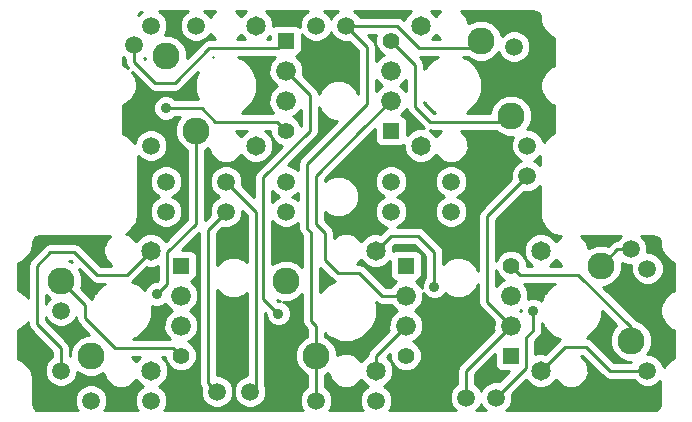
<source format=gbl>
G04 (created by PCBNEW (2013-may-18)-stable) date Sun 23 Aug 2015 10:12:23 PM EDT*
%MOIN*%
G04 Gerber Fmt 3.4, Leading zero omitted, Abs format*
%FSLAX34Y34*%
G01*
G70*
G90*
G04 APERTURE LIST*
%ADD10C,0.00590551*%
%ADD11C,0.065*%
%ADD12C,0.0590551*%
%ADD13C,0.066*%
%ADD14R,0.055X0.055*%
%ADD15C,0.055*%
%ADD16C,0.09*%
%ADD17C,0.035*%
%ADD18C,0.01*%
G04 APERTURE END LIST*
G54D10*
G54D11*
X55500Y-52000D03*
X55500Y-56000D03*
X50000Y-56000D03*
X50000Y-52000D03*
X51500Y-44500D03*
X51500Y-48500D03*
X42500Y-56000D03*
X42500Y-52000D03*
X46000Y-48500D03*
X46000Y-44500D03*
G54D12*
X59050Y-56000D03*
X39500Y-56000D03*
X39500Y-54000D03*
X54000Y-56900D03*
X48000Y-57000D03*
X53000Y-56900D03*
X50000Y-57000D03*
X58500Y-51950D03*
X49000Y-44500D03*
X59050Y-52600D03*
X42500Y-44500D03*
X44000Y-44500D03*
X42500Y-48500D03*
X41950Y-45150D03*
X42500Y-57000D03*
X55050Y-49500D03*
X48000Y-44500D03*
X55050Y-48500D03*
X54600Y-45200D03*
X40500Y-57000D03*
G54D13*
X43500Y-54500D03*
X43500Y-53500D03*
X50500Y-46000D03*
X50500Y-47000D03*
X47000Y-47000D03*
X47000Y-46000D03*
X51000Y-54500D03*
X51000Y-53500D03*
X54500Y-53500D03*
X54500Y-54500D03*
G54D14*
X43500Y-52500D03*
G54D15*
X43500Y-55500D03*
G54D14*
X50500Y-48000D03*
G54D15*
X50500Y-45000D03*
G54D14*
X51000Y-52500D03*
G54D15*
X51000Y-55500D03*
G54D14*
X47000Y-45000D03*
G54D15*
X47000Y-48000D03*
G54D14*
X54500Y-55500D03*
G54D15*
X54500Y-52500D03*
G54D16*
X39500Y-53000D03*
X40500Y-55500D03*
X54500Y-47500D03*
X53500Y-45000D03*
X47000Y-53000D03*
X48000Y-55500D03*
X58500Y-55000D03*
X57500Y-52500D03*
X43000Y-45500D03*
X44000Y-48000D03*
G54D12*
X45800Y-56700D03*
X52500Y-50700D03*
X43000Y-49700D03*
X45000Y-49700D03*
X47000Y-49700D03*
X50500Y-49700D03*
X52500Y-49700D03*
X50500Y-50700D03*
X47000Y-50700D03*
X45000Y-50700D03*
X43000Y-50700D03*
X44700Y-56700D03*
G54D17*
X51950Y-53200D03*
X46750Y-54100D03*
X42700Y-53450D03*
X55250Y-54000D03*
X43000Y-47250D03*
G54D18*
X48300Y-52300D02*
X48300Y-51400D01*
X50500Y-47000D02*
X49550Y-47950D01*
X50200Y-53500D02*
X51000Y-53500D01*
X48750Y-52750D02*
X48300Y-52300D01*
X49450Y-52750D02*
X48750Y-52750D01*
X50200Y-53500D02*
X49450Y-52750D01*
X48000Y-49500D02*
X49550Y-47950D01*
X48000Y-51100D02*
X48000Y-49500D01*
X48300Y-51400D02*
X48000Y-51100D01*
X50000Y-52000D02*
X50500Y-51500D01*
X50500Y-51500D02*
X51400Y-51500D01*
X51400Y-51500D02*
X51950Y-52050D01*
X51950Y-52050D02*
X51950Y-53200D01*
X59050Y-56000D02*
X57800Y-56000D01*
X57800Y-56000D02*
X57000Y-55200D01*
X57000Y-55200D02*
X56300Y-55200D01*
X56300Y-55200D02*
X55500Y-56000D01*
X39500Y-56000D02*
X39500Y-55250D01*
X41700Y-52800D02*
X42500Y-52000D01*
X40700Y-52800D02*
X41700Y-52800D01*
X39950Y-52050D02*
X40700Y-52800D01*
X39150Y-52050D02*
X39950Y-52050D01*
X38700Y-52500D02*
X39150Y-52050D01*
X38700Y-54450D02*
X38700Y-52500D01*
X39500Y-55250D02*
X38700Y-54450D01*
X47850Y-54350D02*
X47850Y-51400D01*
X49700Y-46900D02*
X49700Y-45200D01*
X48000Y-55500D02*
X48000Y-54500D01*
X49700Y-45200D02*
X49000Y-44500D01*
X48000Y-54500D02*
X47850Y-54350D01*
X49700Y-47100D02*
X49700Y-46900D01*
X47700Y-49100D02*
X49700Y-47100D01*
X47700Y-51250D02*
X47700Y-49100D01*
X47850Y-51400D02*
X47700Y-51250D01*
X49000Y-44500D02*
X50700Y-44500D01*
X50700Y-44500D02*
X51450Y-45250D01*
X51450Y-45250D02*
X53250Y-45250D01*
X53250Y-45250D02*
X53500Y-45000D01*
X48000Y-57000D02*
X48000Y-55500D01*
X41950Y-45150D02*
X41950Y-45700D01*
X46750Y-45250D02*
X47000Y-45000D01*
X44450Y-45250D02*
X46750Y-45250D01*
X43300Y-46400D02*
X44450Y-45250D01*
X42650Y-46400D02*
X43300Y-46400D01*
X41950Y-45700D02*
X42650Y-46400D01*
X47800Y-48000D02*
X46250Y-49550D01*
X47000Y-46000D02*
X47800Y-46800D01*
X47800Y-48000D02*
X47800Y-46800D01*
X46250Y-53600D02*
X46750Y-54100D01*
X46250Y-49550D02*
X46250Y-53600D01*
X44000Y-48000D02*
X44000Y-51100D01*
X43050Y-53100D02*
X42700Y-53450D01*
X43050Y-52050D02*
X43050Y-53100D01*
X44000Y-51100D02*
X43050Y-52050D01*
X55050Y-49500D02*
X53700Y-50850D01*
X53700Y-53700D02*
X54500Y-54500D01*
X53700Y-50850D02*
X53700Y-53700D01*
X54500Y-54500D02*
X53000Y-56000D01*
X53000Y-56000D02*
X53000Y-56900D01*
X54000Y-56900D02*
X55000Y-55900D01*
X55250Y-54650D02*
X55250Y-54000D01*
X55000Y-54900D02*
X55250Y-54650D01*
X55000Y-55900D02*
X55000Y-54900D01*
X58500Y-51950D02*
X58050Y-51950D01*
X58050Y-51950D02*
X57500Y-52500D01*
X45999Y-53500D02*
X45999Y-56500D01*
X45999Y-56500D02*
X45800Y-56700D01*
X45999Y-50699D02*
X45000Y-49700D01*
X45999Y-53500D02*
X45999Y-53500D01*
X45999Y-53500D02*
X45999Y-50699D01*
X45000Y-50700D02*
X44400Y-51300D01*
X44400Y-56400D02*
X44400Y-53300D01*
X44400Y-56400D02*
X44700Y-56700D01*
X44400Y-51300D02*
X44400Y-53300D01*
X50500Y-45000D02*
X51300Y-45800D01*
X54300Y-47700D02*
X54500Y-47500D01*
X51800Y-47700D02*
X54300Y-47700D01*
X51300Y-47200D02*
X51800Y-47700D01*
X51300Y-45800D02*
X51300Y-47200D01*
X39500Y-53000D02*
X40300Y-53800D01*
X43250Y-55250D02*
X43500Y-55500D01*
X41300Y-55250D02*
X43250Y-55250D01*
X40300Y-54250D02*
X41300Y-55250D01*
X40300Y-53800D02*
X40300Y-54250D01*
X51000Y-54500D02*
X50000Y-55500D01*
X50000Y-55500D02*
X50000Y-56000D01*
X58500Y-55000D02*
X58500Y-54550D01*
X54800Y-52800D02*
X54500Y-52500D01*
X56750Y-52800D02*
X54800Y-52800D01*
X58500Y-54550D02*
X56750Y-52800D01*
X46700Y-47700D02*
X47000Y-48000D01*
X44650Y-47700D02*
X46700Y-47700D01*
X44200Y-47250D02*
X44650Y-47700D01*
X43000Y-47250D02*
X44200Y-47250D01*
G54D10*
G36*
X39126Y-53602D02*
X39038Y-53690D01*
X39000Y-53782D01*
X39000Y-53489D01*
X39102Y-53593D01*
X39126Y-53602D01*
X39126Y-53602D01*
G37*
G54D18*
X39126Y-53602D02*
X39038Y-53690D01*
X39000Y-53782D01*
X39000Y-53489D01*
X39102Y-53593D01*
X39126Y-53602D01*
G54D10*
G36*
X39872Y-52396D02*
X39759Y-52350D01*
X39825Y-52350D01*
X39872Y-52396D01*
X39872Y-52396D01*
G37*
G54D18*
X39872Y-52396D02*
X39759Y-52350D01*
X39825Y-52350D01*
X39872Y-52396D01*
G54D10*
G36*
X40425Y-54799D02*
X40361Y-54799D01*
X40104Y-54906D01*
X39906Y-55102D01*
X39800Y-55360D01*
X39800Y-55499D01*
X39800Y-55250D01*
X39799Y-55249D01*
X39777Y-55135D01*
X39712Y-55037D01*
X39712Y-55037D01*
X39000Y-54325D01*
X39000Y-54217D01*
X39037Y-54308D01*
X39190Y-54461D01*
X39391Y-54545D01*
X39607Y-54545D01*
X39808Y-54462D01*
X39961Y-54309D01*
X40000Y-54217D01*
X40000Y-54250D01*
X40022Y-54364D01*
X40087Y-54462D01*
X40425Y-54799D01*
X40425Y-54799D01*
G37*
G54D18*
X40425Y-54799D02*
X40361Y-54799D01*
X40104Y-54906D01*
X39906Y-55102D01*
X39800Y-55360D01*
X39800Y-55499D01*
X39800Y-55250D01*
X39799Y-55249D01*
X39777Y-55135D01*
X39712Y-55037D01*
X39712Y-55037D01*
X39000Y-54325D01*
X39000Y-54217D01*
X39037Y-54308D01*
X39190Y-54461D01*
X39391Y-54545D01*
X39607Y-54545D01*
X39808Y-54462D01*
X39961Y-54309D01*
X40000Y-54217D01*
X40000Y-54250D01*
X40022Y-54364D01*
X40087Y-54462D01*
X40425Y-54799D01*
G54D10*
G36*
X40963Y-53100D02*
X40920Y-53117D01*
X40919Y-53119D01*
X40914Y-53122D01*
X40623Y-53412D01*
X40620Y-53419D01*
X40617Y-53420D01*
X40542Y-53607D01*
X40535Y-53623D01*
X40512Y-53587D01*
X40512Y-53587D01*
X40160Y-53235D01*
X40199Y-53139D01*
X40200Y-52861D01*
X40103Y-52627D01*
X40487Y-53012D01*
X40487Y-53012D01*
X40585Y-53077D01*
X40699Y-53099D01*
X40700Y-53100D01*
X40963Y-53100D01*
X40963Y-53100D01*
G37*
G54D18*
X40963Y-53100D02*
X40920Y-53117D01*
X40919Y-53119D01*
X40914Y-53122D01*
X40623Y-53412D01*
X40620Y-53419D01*
X40617Y-53420D01*
X40542Y-53607D01*
X40535Y-53623D01*
X40512Y-53587D01*
X40512Y-53587D01*
X40160Y-53235D01*
X40199Y-53139D01*
X40200Y-52861D01*
X40103Y-52627D01*
X40487Y-53012D01*
X40487Y-53012D01*
X40585Y-53077D01*
X40699Y-53099D01*
X40700Y-53100D01*
X40963Y-53100D01*
G54D10*
G36*
X41178Y-52500D02*
X40824Y-52500D01*
X40162Y-51837D01*
X40064Y-51772D01*
X39950Y-51750D01*
X39150Y-51750D01*
X39035Y-51772D01*
X38937Y-51837D01*
X38487Y-52287D01*
X38422Y-52385D01*
X38400Y-52500D01*
X38400Y-53587D01*
X38355Y-53519D01*
X38354Y-53519D01*
X38280Y-53444D01*
X38134Y-53347D01*
X38069Y-53320D01*
X38069Y-52424D01*
X38156Y-52388D01*
X38156Y-52387D01*
X38309Y-52285D01*
X38310Y-52285D01*
X38384Y-52210D01*
X38488Y-52056D01*
X38528Y-51959D01*
X38528Y-51958D01*
X38564Y-51777D01*
X38564Y-51753D01*
X38564Y-51752D01*
X38588Y-51632D01*
X38625Y-51576D01*
X38683Y-51538D01*
X38775Y-51519D01*
X41153Y-51519D01*
X41004Y-51668D01*
X40995Y-51689D01*
X40989Y-51691D01*
X40954Y-51787D01*
X40915Y-51883D01*
X40915Y-51896D01*
X40910Y-51909D01*
X40914Y-52012D01*
X40914Y-52115D01*
X40920Y-52128D01*
X40920Y-52142D01*
X40989Y-52308D01*
X40995Y-52310D01*
X41003Y-52330D01*
X41168Y-52495D01*
X41178Y-52500D01*
X41178Y-52500D01*
G37*
G54D18*
X41178Y-52500D02*
X40824Y-52500D01*
X40162Y-51837D01*
X40064Y-51772D01*
X39950Y-51750D01*
X39150Y-51750D01*
X39035Y-51772D01*
X38937Y-51837D01*
X38487Y-52287D01*
X38422Y-52385D01*
X38400Y-52500D01*
X38400Y-53587D01*
X38355Y-53519D01*
X38354Y-53519D01*
X38280Y-53444D01*
X38134Y-53347D01*
X38069Y-53320D01*
X38069Y-52424D01*
X38156Y-52388D01*
X38156Y-52387D01*
X38309Y-52285D01*
X38310Y-52285D01*
X38384Y-52210D01*
X38488Y-52056D01*
X38528Y-51959D01*
X38528Y-51958D01*
X38564Y-51777D01*
X38564Y-51753D01*
X38564Y-51752D01*
X38588Y-51632D01*
X38625Y-51576D01*
X38683Y-51538D01*
X38775Y-51519D01*
X41153Y-51519D01*
X41004Y-51668D01*
X40995Y-51689D01*
X40989Y-51691D01*
X40954Y-51787D01*
X40915Y-51883D01*
X40915Y-51896D01*
X40910Y-51909D01*
X40914Y-52012D01*
X40914Y-52115D01*
X40920Y-52128D01*
X40920Y-52142D01*
X40989Y-52308D01*
X40995Y-52310D01*
X41003Y-52330D01*
X41168Y-52495D01*
X41178Y-52500D01*
G54D10*
G36*
X41750Y-45925D02*
X41634Y-45847D01*
X41569Y-45820D01*
X41569Y-45540D01*
X41640Y-45611D01*
X41650Y-45615D01*
X41650Y-45700D01*
X41672Y-45814D01*
X41737Y-45912D01*
X41750Y-45925D01*
X41750Y-45925D01*
G37*
G54D18*
X41750Y-45925D02*
X41634Y-45847D01*
X41569Y-45820D01*
X41569Y-45540D01*
X41640Y-45611D01*
X41650Y-45615D01*
X41650Y-45700D01*
X41672Y-45814D01*
X41737Y-45912D01*
X41750Y-45925D01*
G54D10*
G36*
X42136Y-55550D02*
X42012Y-55673D01*
X42006Y-55689D01*
X42004Y-55689D01*
X41996Y-55669D01*
X41877Y-55550D01*
X42136Y-55550D01*
X42136Y-55550D01*
G37*
G54D18*
X42136Y-55550D02*
X42012Y-55673D01*
X42006Y-55689D01*
X42004Y-55689D01*
X41996Y-55669D01*
X41877Y-55550D01*
X42136Y-55550D01*
G54D10*
G36*
X42195Y-44035D02*
X42191Y-44037D01*
X42086Y-44142D01*
X42088Y-44132D01*
X42125Y-44076D01*
X42183Y-44038D01*
X42195Y-44035D01*
X42195Y-44035D01*
G37*
G54D18*
X42195Y-44035D02*
X42191Y-44037D01*
X42086Y-44142D01*
X42088Y-44132D01*
X42125Y-44076D01*
X42183Y-44038D01*
X42195Y-44035D01*
G54D10*
G36*
X42243Y-56516D02*
X42191Y-56537D01*
X42038Y-56690D01*
X41954Y-56891D01*
X41954Y-57107D01*
X42037Y-57308D01*
X42059Y-57330D01*
X40940Y-57330D01*
X40961Y-57309D01*
X41045Y-57108D01*
X41045Y-56892D01*
X40962Y-56691D01*
X40809Y-56538D01*
X40608Y-56454D01*
X40392Y-56454D01*
X40191Y-56537D01*
X40038Y-56690D01*
X39954Y-56891D01*
X39954Y-57107D01*
X40037Y-57308D01*
X40059Y-57330D01*
X38775Y-57330D01*
X38683Y-57311D01*
X38625Y-57273D01*
X38588Y-57217D01*
X38569Y-57123D01*
X38569Y-56300D01*
X38564Y-56273D01*
X38564Y-56247D01*
X38528Y-56066D01*
X38528Y-56065D01*
X38488Y-55968D01*
X38384Y-55814D01*
X38310Y-55739D01*
X38309Y-55739D01*
X38156Y-55637D01*
X38156Y-55636D01*
X38069Y-55600D01*
X38069Y-54654D01*
X38134Y-54627D01*
X38280Y-54530D01*
X38354Y-54455D01*
X38355Y-54455D01*
X38400Y-54387D01*
X38400Y-54450D01*
X38422Y-54564D01*
X38487Y-54662D01*
X39200Y-55374D01*
X39200Y-55533D01*
X39191Y-55537D01*
X39038Y-55690D01*
X38954Y-55891D01*
X38954Y-56107D01*
X39037Y-56308D01*
X39190Y-56461D01*
X39391Y-56545D01*
X39607Y-56545D01*
X39808Y-56462D01*
X39961Y-56309D01*
X40045Y-56108D01*
X40045Y-56035D01*
X40102Y-56093D01*
X40360Y-56199D01*
X40638Y-56200D01*
X40896Y-56093D01*
X40914Y-56074D01*
X40914Y-56115D01*
X40920Y-56128D01*
X40920Y-56142D01*
X40989Y-56308D01*
X40995Y-56310D01*
X41003Y-56330D01*
X41168Y-56495D01*
X41189Y-56504D01*
X41191Y-56510D01*
X41287Y-56545D01*
X41383Y-56584D01*
X41396Y-56584D01*
X41409Y-56589D01*
X41512Y-56585D01*
X41615Y-56585D01*
X41628Y-56579D01*
X41642Y-56579D01*
X41808Y-56510D01*
X41810Y-56504D01*
X41830Y-56496D01*
X41995Y-56331D01*
X42004Y-56310D01*
X42006Y-56310D01*
X42012Y-56325D01*
X42173Y-56487D01*
X42243Y-56516D01*
X42243Y-56516D01*
G37*
G54D18*
X42243Y-56516D02*
X42191Y-56537D01*
X42038Y-56690D01*
X41954Y-56891D01*
X41954Y-57107D01*
X42037Y-57308D01*
X42059Y-57330D01*
X40940Y-57330D01*
X40961Y-57309D01*
X41045Y-57108D01*
X41045Y-56892D01*
X40962Y-56691D01*
X40809Y-56538D01*
X40608Y-56454D01*
X40392Y-56454D01*
X40191Y-56537D01*
X40038Y-56690D01*
X39954Y-56891D01*
X39954Y-57107D01*
X40037Y-57308D01*
X40059Y-57330D01*
X38775Y-57330D01*
X38683Y-57311D01*
X38625Y-57273D01*
X38588Y-57217D01*
X38569Y-57123D01*
X38569Y-56300D01*
X38564Y-56273D01*
X38564Y-56247D01*
X38528Y-56066D01*
X38528Y-56065D01*
X38488Y-55968D01*
X38384Y-55814D01*
X38310Y-55739D01*
X38309Y-55739D01*
X38156Y-55637D01*
X38156Y-55636D01*
X38069Y-55600D01*
X38069Y-54654D01*
X38134Y-54627D01*
X38280Y-54530D01*
X38354Y-54455D01*
X38355Y-54455D01*
X38400Y-54387D01*
X38400Y-54450D01*
X38422Y-54564D01*
X38487Y-54662D01*
X39200Y-55374D01*
X39200Y-55533D01*
X39191Y-55537D01*
X39038Y-55690D01*
X38954Y-55891D01*
X38954Y-56107D01*
X39037Y-56308D01*
X39190Y-56461D01*
X39391Y-56545D01*
X39607Y-56545D01*
X39808Y-56462D01*
X39961Y-56309D01*
X40045Y-56108D01*
X40045Y-56035D01*
X40102Y-56093D01*
X40360Y-56199D01*
X40638Y-56200D01*
X40896Y-56093D01*
X40914Y-56074D01*
X40914Y-56115D01*
X40920Y-56128D01*
X40920Y-56142D01*
X40989Y-56308D01*
X40995Y-56310D01*
X41003Y-56330D01*
X41168Y-56495D01*
X41189Y-56504D01*
X41191Y-56510D01*
X41287Y-56545D01*
X41383Y-56584D01*
X41396Y-56584D01*
X41409Y-56589D01*
X41512Y-56585D01*
X41615Y-56585D01*
X41628Y-56579D01*
X41642Y-56579D01*
X41808Y-56510D01*
X41810Y-56504D01*
X41830Y-56496D01*
X41995Y-56331D01*
X42004Y-56310D01*
X42006Y-56310D01*
X42012Y-56325D01*
X42173Y-56487D01*
X42243Y-56516D01*
G54D10*
G36*
X42299Y-45571D02*
X42299Y-45625D01*
X42272Y-45598D01*
X42299Y-45571D01*
X42299Y-45571D01*
G37*
G54D18*
X42299Y-45571D02*
X42299Y-45625D01*
X42272Y-45598D01*
X42299Y-45571D01*
G54D10*
G36*
X42750Y-52975D02*
X42700Y-53025D01*
X42615Y-53024D01*
X42459Y-53089D01*
X42339Y-53208D01*
X42290Y-53327D01*
X42087Y-53123D01*
X42080Y-53120D01*
X42079Y-53117D01*
X41892Y-53042D01*
X41876Y-53035D01*
X41912Y-53012D01*
X42359Y-52564D01*
X42385Y-52574D01*
X42613Y-52575D01*
X42750Y-52518D01*
X42750Y-52975D01*
X42750Y-52975D01*
G37*
G54D18*
X42750Y-52975D02*
X42700Y-53025D01*
X42615Y-53024D01*
X42459Y-53089D01*
X42339Y-53208D01*
X42290Y-53327D01*
X42087Y-53123D01*
X42080Y-53120D01*
X42079Y-53117D01*
X41892Y-53042D01*
X41876Y-53035D01*
X41912Y-53012D01*
X42359Y-52564D01*
X42385Y-52574D01*
X42613Y-52575D01*
X42750Y-52518D01*
X42750Y-52975D01*
G54D10*
G36*
X43191Y-53999D02*
X43171Y-54008D01*
X43008Y-54171D01*
X42920Y-54384D01*
X42919Y-54614D01*
X43008Y-54828D01*
X43129Y-54950D01*
X41915Y-54950D01*
X42079Y-54882D01*
X42080Y-54880D01*
X42085Y-54877D01*
X42376Y-54587D01*
X42379Y-54580D01*
X42382Y-54579D01*
X42457Y-54392D01*
X42534Y-54206D01*
X42534Y-54201D01*
X42536Y-54197D01*
X42535Y-53996D01*
X42535Y-53841D01*
X42615Y-53874D01*
X42784Y-53875D01*
X42940Y-53810D01*
X42983Y-53767D01*
X43008Y-53828D01*
X43171Y-53991D01*
X43191Y-53999D01*
X43191Y-53999D01*
G37*
G54D18*
X43191Y-53999D02*
X43171Y-54008D01*
X43008Y-54171D01*
X42920Y-54384D01*
X42919Y-54614D01*
X43008Y-54828D01*
X43129Y-54950D01*
X41915Y-54950D01*
X42079Y-54882D01*
X42080Y-54880D01*
X42085Y-54877D01*
X42376Y-54587D01*
X42379Y-54580D01*
X42382Y-54579D01*
X42457Y-54392D01*
X42534Y-54206D01*
X42534Y-54201D01*
X42536Y-54197D01*
X42535Y-53996D01*
X42535Y-53841D01*
X42615Y-53874D01*
X42784Y-53875D01*
X42940Y-53810D01*
X42983Y-53767D01*
X43008Y-53828D01*
X43171Y-53991D01*
X43191Y-53999D01*
G54D10*
G36*
X44064Y-46950D02*
X43301Y-46950D01*
X43241Y-46889D01*
X43084Y-46825D01*
X42915Y-46824D01*
X42759Y-46889D01*
X42639Y-47008D01*
X42575Y-47165D01*
X42574Y-47334D01*
X42639Y-47490D01*
X42758Y-47610D01*
X42915Y-47674D01*
X43084Y-47675D01*
X43240Y-47610D01*
X43301Y-47550D01*
X43459Y-47550D01*
X43406Y-47602D01*
X43300Y-47860D01*
X43299Y-48138D01*
X43406Y-48396D01*
X43602Y-48593D01*
X43700Y-48633D01*
X43700Y-50975D01*
X43545Y-51130D01*
X43545Y-50592D01*
X43462Y-50391D01*
X43309Y-50238D01*
X43217Y-50200D01*
X43308Y-50162D01*
X43461Y-50009D01*
X43545Y-49808D01*
X43545Y-49592D01*
X43462Y-49391D01*
X43309Y-49238D01*
X43108Y-49154D01*
X42892Y-49154D01*
X42691Y-49237D01*
X42538Y-49390D01*
X42454Y-49591D01*
X42454Y-49807D01*
X42537Y-50008D01*
X42690Y-50161D01*
X42782Y-50199D01*
X42691Y-50237D01*
X42538Y-50390D01*
X42454Y-50591D01*
X42454Y-50807D01*
X42537Y-51008D01*
X42690Y-51161D01*
X42891Y-51245D01*
X43107Y-51245D01*
X43308Y-51162D01*
X43461Y-51009D01*
X43545Y-50808D01*
X43545Y-50592D01*
X43545Y-51130D01*
X42991Y-51684D01*
X42987Y-51674D01*
X42826Y-51512D01*
X42614Y-51425D01*
X42386Y-51424D01*
X42174Y-51512D01*
X42012Y-51673D01*
X42006Y-51689D01*
X42004Y-51689D01*
X41996Y-51669D01*
X41831Y-51504D01*
X41810Y-51495D01*
X41808Y-51489D01*
X41712Y-51454D01*
X41662Y-51434D01*
X41809Y-51335D01*
X41810Y-51335D01*
X41884Y-51260D01*
X41988Y-51106D01*
X42028Y-51009D01*
X42028Y-51008D01*
X42064Y-50827D01*
X42064Y-50776D01*
X42069Y-50750D01*
X42069Y-48840D01*
X42190Y-48961D01*
X42391Y-49045D01*
X42607Y-49045D01*
X42808Y-48962D01*
X42961Y-48809D01*
X43045Y-48608D01*
X43045Y-48392D01*
X42962Y-48191D01*
X42809Y-48038D01*
X42608Y-47954D01*
X42392Y-47954D01*
X42191Y-48037D01*
X42038Y-48190D01*
X41954Y-48391D01*
X41954Y-48418D01*
X41884Y-48314D01*
X41810Y-48239D01*
X41809Y-48239D01*
X41656Y-48137D01*
X41656Y-48136D01*
X41569Y-48100D01*
X41569Y-47154D01*
X41634Y-47127D01*
X41780Y-47030D01*
X41854Y-46955D01*
X41855Y-46955D01*
X41951Y-46810D01*
X41952Y-46809D01*
X41992Y-46712D01*
X42027Y-46540D01*
X42027Y-46540D01*
X42027Y-46539D01*
X42027Y-46487D01*
X42027Y-46435D01*
X42027Y-46434D01*
X42027Y-46434D01*
X41992Y-46262D01*
X41952Y-46165D01*
X41951Y-46164D01*
X41874Y-46048D01*
X42437Y-46612D01*
X42437Y-46612D01*
X42535Y-46677D01*
X42649Y-46699D01*
X42650Y-46700D01*
X43300Y-46700D01*
X43300Y-46699D01*
X43414Y-46677D01*
X43414Y-46677D01*
X43512Y-46612D01*
X44059Y-46064D01*
X44042Y-46107D01*
X43965Y-46293D01*
X43965Y-46298D01*
X43963Y-46302D01*
X43964Y-46503D01*
X43964Y-46704D01*
X43966Y-46709D01*
X43966Y-46714D01*
X44064Y-46950D01*
X44064Y-46950D01*
G37*
G54D18*
X44064Y-46950D02*
X43301Y-46950D01*
X43241Y-46889D01*
X43084Y-46825D01*
X42915Y-46824D01*
X42759Y-46889D01*
X42639Y-47008D01*
X42575Y-47165D01*
X42574Y-47334D01*
X42639Y-47490D01*
X42758Y-47610D01*
X42915Y-47674D01*
X43084Y-47675D01*
X43240Y-47610D01*
X43301Y-47550D01*
X43459Y-47550D01*
X43406Y-47602D01*
X43300Y-47860D01*
X43299Y-48138D01*
X43406Y-48396D01*
X43602Y-48593D01*
X43700Y-48633D01*
X43700Y-50975D01*
X43545Y-51130D01*
X43545Y-50592D01*
X43462Y-50391D01*
X43309Y-50238D01*
X43217Y-50200D01*
X43308Y-50162D01*
X43461Y-50009D01*
X43545Y-49808D01*
X43545Y-49592D01*
X43462Y-49391D01*
X43309Y-49238D01*
X43108Y-49154D01*
X42892Y-49154D01*
X42691Y-49237D01*
X42538Y-49390D01*
X42454Y-49591D01*
X42454Y-49807D01*
X42537Y-50008D01*
X42690Y-50161D01*
X42782Y-50199D01*
X42691Y-50237D01*
X42538Y-50390D01*
X42454Y-50591D01*
X42454Y-50807D01*
X42537Y-51008D01*
X42690Y-51161D01*
X42891Y-51245D01*
X43107Y-51245D01*
X43308Y-51162D01*
X43461Y-51009D01*
X43545Y-50808D01*
X43545Y-50592D01*
X43545Y-51130D01*
X42991Y-51684D01*
X42987Y-51674D01*
X42826Y-51512D01*
X42614Y-51425D01*
X42386Y-51424D01*
X42174Y-51512D01*
X42012Y-51673D01*
X42006Y-51689D01*
X42004Y-51689D01*
X41996Y-51669D01*
X41831Y-51504D01*
X41810Y-51495D01*
X41808Y-51489D01*
X41712Y-51454D01*
X41662Y-51434D01*
X41809Y-51335D01*
X41810Y-51335D01*
X41884Y-51260D01*
X41988Y-51106D01*
X42028Y-51009D01*
X42028Y-51008D01*
X42064Y-50827D01*
X42064Y-50776D01*
X42069Y-50750D01*
X42069Y-48840D01*
X42190Y-48961D01*
X42391Y-49045D01*
X42607Y-49045D01*
X42808Y-48962D01*
X42961Y-48809D01*
X43045Y-48608D01*
X43045Y-48392D01*
X42962Y-48191D01*
X42809Y-48038D01*
X42608Y-47954D01*
X42392Y-47954D01*
X42191Y-48037D01*
X42038Y-48190D01*
X41954Y-48391D01*
X41954Y-48418D01*
X41884Y-48314D01*
X41810Y-48239D01*
X41809Y-48239D01*
X41656Y-48137D01*
X41656Y-48136D01*
X41569Y-48100D01*
X41569Y-47154D01*
X41634Y-47127D01*
X41780Y-47030D01*
X41854Y-46955D01*
X41855Y-46955D01*
X41951Y-46810D01*
X41952Y-46809D01*
X41992Y-46712D01*
X42027Y-46540D01*
X42027Y-46540D01*
X42027Y-46539D01*
X42027Y-46487D01*
X42027Y-46435D01*
X42027Y-46434D01*
X42027Y-46434D01*
X41992Y-46262D01*
X41952Y-46165D01*
X41951Y-46164D01*
X41874Y-46048D01*
X42437Y-46612D01*
X42437Y-46612D01*
X42535Y-46677D01*
X42649Y-46699D01*
X42650Y-46700D01*
X43300Y-46700D01*
X43300Y-46699D01*
X43414Y-46677D01*
X43414Y-46677D01*
X43512Y-46612D01*
X44059Y-46064D01*
X44042Y-46107D01*
X43965Y-46293D01*
X43965Y-46298D01*
X43963Y-46302D01*
X43964Y-46503D01*
X43964Y-46704D01*
X43966Y-46709D01*
X43966Y-46714D01*
X44064Y-46950D01*
G54D10*
G36*
X44584Y-45550D02*
X44566Y-45557D01*
X44574Y-45550D01*
X44584Y-45550D01*
X44584Y-45550D01*
G37*
G54D18*
X44584Y-45550D02*
X44566Y-45557D01*
X44574Y-45550D01*
X44584Y-45550D01*
G54D10*
G36*
X44622Y-44950D02*
X44450Y-44950D01*
X44335Y-44972D01*
X44237Y-45037D01*
X43699Y-45575D01*
X43700Y-45361D01*
X43593Y-45104D01*
X43397Y-44906D01*
X43139Y-44800D01*
X42965Y-44799D01*
X43045Y-44608D01*
X43045Y-44392D01*
X42962Y-44191D01*
X42809Y-44038D01*
X42765Y-44019D01*
X43734Y-44019D01*
X43691Y-44037D01*
X43538Y-44190D01*
X43454Y-44391D01*
X43454Y-44607D01*
X43537Y-44808D01*
X43690Y-44961D01*
X43891Y-45045D01*
X44107Y-45045D01*
X44308Y-44962D01*
X44461Y-44809D01*
X44475Y-44775D01*
X44489Y-44808D01*
X44495Y-44810D01*
X44503Y-44830D01*
X44622Y-44950D01*
X44622Y-44950D01*
G37*
G54D18*
X44622Y-44950D02*
X44450Y-44950D01*
X44335Y-44972D01*
X44237Y-45037D01*
X43699Y-45575D01*
X43700Y-45361D01*
X43593Y-45104D01*
X43397Y-44906D01*
X43139Y-44800D01*
X42965Y-44799D01*
X43045Y-44608D01*
X43045Y-44392D01*
X42962Y-44191D01*
X42809Y-44038D01*
X42765Y-44019D01*
X43734Y-44019D01*
X43691Y-44037D01*
X43538Y-44190D01*
X43454Y-44391D01*
X43454Y-44607D01*
X43537Y-44808D01*
X43690Y-44961D01*
X43891Y-45045D01*
X44107Y-45045D01*
X44308Y-44962D01*
X44461Y-44809D01*
X44475Y-44775D01*
X44489Y-44808D01*
X44495Y-44810D01*
X44503Y-44830D01*
X44622Y-44950D01*
G54D10*
G36*
X44653Y-44019D02*
X44504Y-44168D01*
X44495Y-44189D01*
X44489Y-44191D01*
X44476Y-44226D01*
X44462Y-44191D01*
X44309Y-44038D01*
X44265Y-44019D01*
X44653Y-44019D01*
X44653Y-44019D01*
G37*
G54D18*
X44653Y-44019D02*
X44504Y-44168D01*
X44495Y-44189D01*
X44489Y-44191D01*
X44476Y-44226D01*
X44462Y-44191D01*
X44309Y-44038D01*
X44265Y-44019D01*
X44653Y-44019D01*
G54D10*
G36*
X45636Y-44950D02*
X45377Y-44950D01*
X45495Y-44831D01*
X45504Y-44810D01*
X45506Y-44810D01*
X45512Y-44825D01*
X45636Y-44950D01*
X45636Y-44950D01*
G37*
G54D18*
X45636Y-44950D02*
X45377Y-44950D01*
X45495Y-44831D01*
X45504Y-44810D01*
X45506Y-44810D01*
X45512Y-44825D01*
X45636Y-44950D01*
G54D10*
G36*
X45667Y-44019D02*
X45512Y-44173D01*
X45506Y-44189D01*
X45504Y-44189D01*
X45496Y-44169D01*
X45347Y-44019D01*
X45667Y-44019D01*
X45667Y-44019D01*
G37*
G54D18*
X45667Y-44019D02*
X45512Y-44173D01*
X45506Y-44189D01*
X45504Y-44189D01*
X45496Y-44169D01*
X45347Y-44019D01*
X45667Y-44019D01*
G54D10*
G36*
X45699Y-52383D02*
X45637Y-52321D01*
X45386Y-52217D01*
X45114Y-52216D01*
X44863Y-52320D01*
X44700Y-52483D01*
X44700Y-51424D01*
X44882Y-51241D01*
X44891Y-51245D01*
X45107Y-51245D01*
X45308Y-51162D01*
X45461Y-51009D01*
X45545Y-50808D01*
X45545Y-50669D01*
X45699Y-50824D01*
X45699Y-52383D01*
X45699Y-52383D01*
G37*
G54D18*
X45699Y-52383D02*
X45637Y-52321D01*
X45386Y-52217D01*
X45114Y-52216D01*
X44863Y-52320D01*
X44700Y-52483D01*
X44700Y-51424D01*
X44882Y-51241D01*
X44891Y-51245D01*
X45107Y-51245D01*
X45308Y-51162D01*
X45461Y-51009D01*
X45545Y-50808D01*
X45545Y-50669D01*
X45699Y-50824D01*
X45699Y-52383D01*
G54D10*
G36*
X45704Y-48000D02*
X45674Y-48012D01*
X45512Y-48173D01*
X45506Y-48189D01*
X45504Y-48189D01*
X45496Y-48169D01*
X45331Y-48004D01*
X45321Y-48000D01*
X45704Y-48000D01*
X45704Y-48000D01*
G37*
G54D18*
X45704Y-48000D02*
X45674Y-48012D01*
X45512Y-48173D01*
X45506Y-48189D01*
X45504Y-48189D01*
X45496Y-48169D01*
X45331Y-48004D01*
X45321Y-48000D01*
X45704Y-48000D01*
G54D10*
G36*
X46474Y-44950D02*
X46363Y-44950D01*
X46474Y-44838D01*
X46474Y-44950D01*
X46474Y-44950D01*
G37*
G54D18*
X46474Y-44950D02*
X46363Y-44950D01*
X46474Y-44838D01*
X46474Y-44950D01*
G54D10*
G36*
X46691Y-46499D02*
X46671Y-46508D01*
X46508Y-46671D01*
X46420Y-46884D01*
X46419Y-47114D01*
X46508Y-47328D01*
X46579Y-47400D01*
X45536Y-47400D01*
X45579Y-47382D01*
X45580Y-47380D01*
X45585Y-47377D01*
X45876Y-47087D01*
X45879Y-47080D01*
X45882Y-47079D01*
X45957Y-46892D01*
X46034Y-46706D01*
X46034Y-46701D01*
X46036Y-46697D01*
X46035Y-46496D01*
X46035Y-46295D01*
X46033Y-46290D01*
X46033Y-46285D01*
X45882Y-45920D01*
X45880Y-45919D01*
X45877Y-45914D01*
X45587Y-45623D01*
X45580Y-45620D01*
X45579Y-45617D01*
X45411Y-45550D01*
X46629Y-45550D01*
X46508Y-45671D01*
X46420Y-45884D01*
X46419Y-46114D01*
X46508Y-46328D01*
X46671Y-46491D01*
X46691Y-46499D01*
X46691Y-46499D01*
G37*
G54D18*
X46691Y-46499D02*
X46671Y-46508D01*
X46508Y-46671D01*
X46420Y-46884D01*
X46419Y-47114D01*
X46508Y-47328D01*
X46579Y-47400D01*
X45536Y-47400D01*
X45579Y-47382D01*
X45580Y-47380D01*
X45585Y-47377D01*
X45876Y-47087D01*
X45879Y-47080D01*
X45882Y-47079D01*
X45957Y-46892D01*
X46034Y-46706D01*
X46034Y-46701D01*
X46036Y-46697D01*
X46035Y-46496D01*
X46035Y-46295D01*
X46033Y-46290D01*
X46033Y-46285D01*
X45882Y-45920D01*
X45880Y-45919D01*
X45877Y-45914D01*
X45587Y-45623D01*
X45580Y-45620D01*
X45579Y-45617D01*
X45411Y-45550D01*
X46629Y-45550D01*
X46508Y-45671D01*
X46420Y-45884D01*
X46419Y-46114D01*
X46508Y-46328D01*
X46671Y-46491D01*
X46691Y-46499D01*
G54D10*
G36*
X46782Y-50199D02*
X46691Y-50237D01*
X46550Y-50378D01*
X46550Y-50021D01*
X46690Y-50161D01*
X46782Y-50199D01*
X46782Y-50199D01*
G37*
G54D18*
X46782Y-50199D02*
X46691Y-50237D01*
X46550Y-50378D01*
X46550Y-50021D01*
X46690Y-50161D01*
X46782Y-50199D01*
G54D10*
G36*
X46800Y-53675D02*
X46749Y-53674D01*
X46713Y-53638D01*
X46800Y-53675D01*
X46800Y-53675D01*
G37*
G54D18*
X46800Y-53675D02*
X46749Y-53674D01*
X46713Y-53638D01*
X46800Y-53675D01*
G54D10*
G36*
X46863Y-48511D02*
X46037Y-49337D01*
X45972Y-49435D01*
X45950Y-49550D01*
X45950Y-50225D01*
X45541Y-49817D01*
X45545Y-49808D01*
X45545Y-49592D01*
X45462Y-49391D01*
X45309Y-49238D01*
X45108Y-49154D01*
X44892Y-49154D01*
X44691Y-49237D01*
X44538Y-49390D01*
X44454Y-49591D01*
X44454Y-49807D01*
X44537Y-50008D01*
X44690Y-50161D01*
X44782Y-50199D01*
X44691Y-50237D01*
X44538Y-50390D01*
X44454Y-50591D01*
X44454Y-50807D01*
X44458Y-50817D01*
X44300Y-50975D01*
X44300Y-48633D01*
X44396Y-48593D01*
X44414Y-48574D01*
X44414Y-48615D01*
X44420Y-48628D01*
X44420Y-48642D01*
X44489Y-48808D01*
X44495Y-48810D01*
X44503Y-48830D01*
X44668Y-48995D01*
X44689Y-49004D01*
X44691Y-49010D01*
X44787Y-49045D01*
X44883Y-49084D01*
X44896Y-49084D01*
X44909Y-49089D01*
X45012Y-49085D01*
X45115Y-49085D01*
X45128Y-49079D01*
X45142Y-49079D01*
X45308Y-49010D01*
X45310Y-49004D01*
X45330Y-48996D01*
X45495Y-48831D01*
X45504Y-48810D01*
X45506Y-48810D01*
X45512Y-48825D01*
X45673Y-48987D01*
X45885Y-49074D01*
X46113Y-49075D01*
X46325Y-48987D01*
X46487Y-48826D01*
X46574Y-48614D01*
X46575Y-48386D01*
X46487Y-48174D01*
X46326Y-48012D01*
X46295Y-48000D01*
X46475Y-48000D01*
X46474Y-48103D01*
X46554Y-48297D01*
X46702Y-48444D01*
X46863Y-48511D01*
X46863Y-48511D01*
G37*
G54D18*
X46863Y-48511D02*
X46037Y-49337D01*
X45972Y-49435D01*
X45950Y-49550D01*
X45950Y-50225D01*
X45541Y-49817D01*
X45545Y-49808D01*
X45545Y-49592D01*
X45462Y-49391D01*
X45309Y-49238D01*
X45108Y-49154D01*
X44892Y-49154D01*
X44691Y-49237D01*
X44538Y-49390D01*
X44454Y-49591D01*
X44454Y-49807D01*
X44537Y-50008D01*
X44690Y-50161D01*
X44782Y-50199D01*
X44691Y-50237D01*
X44538Y-50390D01*
X44454Y-50591D01*
X44454Y-50807D01*
X44458Y-50817D01*
X44300Y-50975D01*
X44300Y-48633D01*
X44396Y-48593D01*
X44414Y-48574D01*
X44414Y-48615D01*
X44420Y-48628D01*
X44420Y-48642D01*
X44489Y-48808D01*
X44495Y-48810D01*
X44503Y-48830D01*
X44668Y-48995D01*
X44689Y-49004D01*
X44691Y-49010D01*
X44787Y-49045D01*
X44883Y-49084D01*
X44896Y-49084D01*
X44909Y-49089D01*
X45012Y-49085D01*
X45115Y-49085D01*
X45128Y-49079D01*
X45142Y-49079D01*
X45308Y-49010D01*
X45310Y-49004D01*
X45330Y-48996D01*
X45495Y-48831D01*
X45504Y-48810D01*
X45506Y-48810D01*
X45512Y-48825D01*
X45673Y-48987D01*
X45885Y-49074D01*
X46113Y-49075D01*
X46325Y-48987D01*
X46487Y-48826D01*
X46574Y-48614D01*
X46575Y-48386D01*
X46487Y-48174D01*
X46326Y-48012D01*
X46295Y-48000D01*
X46475Y-48000D01*
X46474Y-48103D01*
X46554Y-48297D01*
X46702Y-48444D01*
X46863Y-48511D01*
G54D10*
G36*
X47400Y-50328D02*
X47309Y-50238D01*
X47217Y-50200D01*
X47308Y-50162D01*
X47400Y-50071D01*
X47400Y-50328D01*
X47400Y-50328D01*
G37*
G54D18*
X47400Y-50328D02*
X47309Y-50238D01*
X47217Y-50200D01*
X47308Y-50162D01*
X47400Y-50071D01*
X47400Y-50328D01*
G54D10*
G36*
X47500Y-47835D02*
X47445Y-47703D01*
X47297Y-47555D01*
X47236Y-47529D01*
X47328Y-47491D01*
X47491Y-47328D01*
X47500Y-47308D01*
X47500Y-47835D01*
X47500Y-47835D01*
G37*
G54D18*
X47500Y-47835D02*
X47445Y-47703D01*
X47297Y-47555D01*
X47236Y-47529D01*
X47328Y-47491D01*
X47491Y-47328D01*
X47500Y-47308D01*
X47500Y-47835D01*
G54D10*
G36*
X47550Y-52560D02*
X47397Y-52406D01*
X47139Y-52300D01*
X46861Y-52299D01*
X46604Y-52406D01*
X46550Y-52460D01*
X46550Y-51021D01*
X46690Y-51161D01*
X46891Y-51245D01*
X47107Y-51245D01*
X47308Y-51162D01*
X47400Y-51071D01*
X47400Y-51250D01*
X47422Y-51364D01*
X47487Y-51462D01*
X47550Y-51524D01*
X47550Y-52560D01*
X47550Y-52560D01*
G37*
G54D18*
X47550Y-52560D02*
X47397Y-52406D01*
X47139Y-52300D01*
X46861Y-52299D01*
X46604Y-52406D01*
X46550Y-52460D01*
X46550Y-51021D01*
X46690Y-51161D01*
X46891Y-51245D01*
X47107Y-51245D01*
X47308Y-51162D01*
X47400Y-51071D01*
X47400Y-51250D01*
X47422Y-51364D01*
X47487Y-51462D01*
X47550Y-51524D01*
X47550Y-52560D01*
G54D10*
G36*
X47700Y-56533D02*
X47691Y-56537D01*
X47538Y-56690D01*
X47454Y-56891D01*
X47454Y-57107D01*
X47537Y-57308D01*
X47559Y-57330D01*
X42940Y-57330D01*
X42961Y-57309D01*
X43045Y-57108D01*
X43045Y-56892D01*
X42962Y-56691D01*
X42809Y-56538D01*
X42756Y-56516D01*
X42825Y-56487D01*
X42987Y-56326D01*
X43074Y-56114D01*
X43075Y-55886D01*
X42987Y-55674D01*
X42863Y-55550D01*
X42974Y-55550D01*
X42974Y-55603D01*
X43054Y-55797D01*
X43202Y-55944D01*
X43395Y-56024D01*
X43603Y-56025D01*
X43797Y-55945D01*
X43944Y-55797D01*
X44024Y-55604D01*
X44025Y-55396D01*
X43945Y-55203D01*
X43797Y-55055D01*
X43736Y-55029D01*
X43828Y-54991D01*
X43991Y-54828D01*
X44079Y-54615D01*
X44080Y-54385D01*
X43991Y-54171D01*
X43828Y-54008D01*
X43808Y-54000D01*
X43828Y-53991D01*
X43991Y-53828D01*
X44079Y-53615D01*
X44080Y-53385D01*
X43991Y-53171D01*
X43839Y-53018D01*
X43916Y-52987D01*
X43986Y-52916D01*
X44024Y-52824D01*
X44025Y-52725D01*
X44025Y-52175D01*
X43987Y-52083D01*
X43916Y-52013D01*
X43824Y-51975D01*
X43725Y-51974D01*
X43549Y-51974D01*
X44100Y-51424D01*
X44100Y-53300D01*
X44100Y-56400D01*
X44122Y-56514D01*
X44162Y-56573D01*
X44154Y-56591D01*
X44154Y-56807D01*
X44237Y-57008D01*
X44390Y-57161D01*
X44591Y-57245D01*
X44807Y-57245D01*
X45008Y-57162D01*
X45161Y-57009D01*
X45245Y-56808D01*
X45245Y-56592D01*
X45162Y-56391D01*
X45009Y-56238D01*
X44808Y-56154D01*
X44700Y-56154D01*
X44700Y-53315D01*
X44862Y-53478D01*
X45113Y-53582D01*
X45385Y-53583D01*
X45636Y-53479D01*
X45699Y-53415D01*
X45699Y-53500D01*
X45699Y-53500D01*
X45699Y-56154D01*
X45692Y-56154D01*
X45491Y-56237D01*
X45338Y-56390D01*
X45254Y-56591D01*
X45254Y-56807D01*
X45337Y-57008D01*
X45490Y-57161D01*
X45691Y-57245D01*
X45907Y-57245D01*
X46108Y-57162D01*
X46261Y-57009D01*
X46345Y-56808D01*
X46345Y-56592D01*
X46299Y-56482D01*
X46299Y-54074D01*
X46325Y-54099D01*
X46324Y-54184D01*
X46389Y-54340D01*
X46508Y-54460D01*
X46665Y-54524D01*
X46834Y-54525D01*
X46990Y-54460D01*
X47110Y-54341D01*
X47174Y-54184D01*
X47175Y-54015D01*
X47110Y-53859D01*
X46991Y-53739D01*
X46894Y-53699D01*
X47138Y-53700D01*
X47396Y-53593D01*
X47550Y-53440D01*
X47550Y-54350D01*
X47572Y-54464D01*
X47637Y-54562D01*
X47700Y-54624D01*
X47700Y-54866D01*
X47604Y-54906D01*
X47406Y-55102D01*
X47300Y-55360D01*
X47299Y-55638D01*
X47406Y-55896D01*
X47602Y-56093D01*
X47700Y-56133D01*
X47700Y-56533D01*
X47700Y-56533D01*
G37*
G54D18*
X47700Y-56533D02*
X47691Y-56537D01*
X47538Y-56690D01*
X47454Y-56891D01*
X47454Y-57107D01*
X47537Y-57308D01*
X47559Y-57330D01*
X42940Y-57330D01*
X42961Y-57309D01*
X43045Y-57108D01*
X43045Y-56892D01*
X42962Y-56691D01*
X42809Y-56538D01*
X42756Y-56516D01*
X42825Y-56487D01*
X42987Y-56326D01*
X43074Y-56114D01*
X43075Y-55886D01*
X42987Y-55674D01*
X42863Y-55550D01*
X42974Y-55550D01*
X42974Y-55603D01*
X43054Y-55797D01*
X43202Y-55944D01*
X43395Y-56024D01*
X43603Y-56025D01*
X43797Y-55945D01*
X43944Y-55797D01*
X44024Y-55604D01*
X44025Y-55396D01*
X43945Y-55203D01*
X43797Y-55055D01*
X43736Y-55029D01*
X43828Y-54991D01*
X43991Y-54828D01*
X44079Y-54615D01*
X44080Y-54385D01*
X43991Y-54171D01*
X43828Y-54008D01*
X43808Y-54000D01*
X43828Y-53991D01*
X43991Y-53828D01*
X44079Y-53615D01*
X44080Y-53385D01*
X43991Y-53171D01*
X43839Y-53018D01*
X43916Y-52987D01*
X43986Y-52916D01*
X44024Y-52824D01*
X44025Y-52725D01*
X44025Y-52175D01*
X43987Y-52083D01*
X43916Y-52013D01*
X43824Y-51975D01*
X43725Y-51974D01*
X43549Y-51974D01*
X44100Y-51424D01*
X44100Y-53300D01*
X44100Y-56400D01*
X44122Y-56514D01*
X44162Y-56573D01*
X44154Y-56591D01*
X44154Y-56807D01*
X44237Y-57008D01*
X44390Y-57161D01*
X44591Y-57245D01*
X44807Y-57245D01*
X45008Y-57162D01*
X45161Y-57009D01*
X45245Y-56808D01*
X45245Y-56592D01*
X45162Y-56391D01*
X45009Y-56238D01*
X44808Y-56154D01*
X44700Y-56154D01*
X44700Y-53315D01*
X44862Y-53478D01*
X45113Y-53582D01*
X45385Y-53583D01*
X45636Y-53479D01*
X45699Y-53415D01*
X45699Y-53500D01*
X45699Y-53500D01*
X45699Y-56154D01*
X45692Y-56154D01*
X45491Y-56237D01*
X45338Y-56390D01*
X45254Y-56591D01*
X45254Y-56807D01*
X45337Y-57008D01*
X45490Y-57161D01*
X45691Y-57245D01*
X45907Y-57245D01*
X46108Y-57162D01*
X46261Y-57009D01*
X46345Y-56808D01*
X46345Y-56592D01*
X46299Y-56482D01*
X46299Y-54074D01*
X46325Y-54099D01*
X46324Y-54184D01*
X46389Y-54340D01*
X46508Y-54460D01*
X46665Y-54524D01*
X46834Y-54525D01*
X46990Y-54460D01*
X47110Y-54341D01*
X47174Y-54184D01*
X47175Y-54015D01*
X47110Y-53859D01*
X46991Y-53739D01*
X46894Y-53699D01*
X47138Y-53700D01*
X47396Y-53593D01*
X47550Y-53440D01*
X47550Y-54350D01*
X47572Y-54464D01*
X47637Y-54562D01*
X47700Y-54624D01*
X47700Y-54866D01*
X47604Y-54906D01*
X47406Y-55102D01*
X47300Y-55360D01*
X47299Y-55638D01*
X47406Y-55896D01*
X47602Y-56093D01*
X47700Y-56133D01*
X47700Y-56533D01*
G54D10*
G36*
X47734Y-44019D02*
X47691Y-44037D01*
X47538Y-44190D01*
X47454Y-44391D01*
X47454Y-44551D01*
X47416Y-44513D01*
X47324Y-44475D01*
X47225Y-44474D01*
X46675Y-44474D01*
X46583Y-44512D01*
X46574Y-44521D01*
X46575Y-44386D01*
X46487Y-44174D01*
X46332Y-44019D01*
X47734Y-44019D01*
X47734Y-44019D01*
G37*
G54D18*
X47734Y-44019D02*
X47691Y-44037D01*
X47538Y-44190D01*
X47454Y-44391D01*
X47454Y-44551D01*
X47416Y-44513D01*
X47324Y-44475D01*
X47225Y-44474D01*
X46675Y-44474D01*
X46583Y-44512D01*
X46574Y-44521D01*
X46575Y-44386D01*
X46487Y-44174D01*
X46332Y-44019D01*
X47734Y-44019D01*
G54D10*
G36*
X48638Y-53027D02*
X48420Y-53117D01*
X48419Y-53119D01*
X48414Y-53122D01*
X48150Y-53386D01*
X48150Y-52574D01*
X48537Y-52962D01*
X48635Y-53027D01*
X48638Y-53027D01*
X48638Y-53027D01*
G37*
G54D18*
X48638Y-53027D02*
X48420Y-53117D01*
X48419Y-53119D01*
X48414Y-53122D01*
X48150Y-53386D01*
X48150Y-52574D01*
X48537Y-52962D01*
X48635Y-53027D01*
X48638Y-53027D01*
G54D10*
G36*
X48692Y-47683D02*
X47487Y-48887D01*
X47422Y-48985D01*
X47400Y-49100D01*
X47400Y-49328D01*
X47309Y-49238D01*
X47108Y-49154D01*
X47069Y-49154D01*
X48012Y-48212D01*
X48012Y-48212D01*
X48077Y-48114D01*
X48099Y-48000D01*
X48100Y-48000D01*
X48100Y-47215D01*
X48170Y-47386D01*
X48362Y-47578D01*
X48613Y-47682D01*
X48692Y-47683D01*
X48692Y-47683D01*
G37*
G54D18*
X48692Y-47683D02*
X47487Y-48887D01*
X47422Y-48985D01*
X47400Y-49100D01*
X47400Y-49328D01*
X47309Y-49238D01*
X47108Y-49154D01*
X47069Y-49154D01*
X48012Y-48212D01*
X48012Y-48212D01*
X48077Y-48114D01*
X48099Y-48000D01*
X48100Y-48000D01*
X48100Y-47215D01*
X48170Y-47386D01*
X48362Y-47578D01*
X48613Y-47682D01*
X48692Y-47683D01*
G54D10*
G36*
X48734Y-44019D02*
X48691Y-44037D01*
X48538Y-44190D01*
X48500Y-44282D01*
X48462Y-44191D01*
X48309Y-44038D01*
X48265Y-44019D01*
X48734Y-44019D01*
X48734Y-44019D01*
G37*
G54D18*
X48734Y-44019D02*
X48691Y-44037D01*
X48538Y-44190D01*
X48500Y-44282D01*
X48462Y-44191D01*
X48309Y-44038D01*
X48265Y-44019D01*
X48734Y-44019D01*
G54D10*
G36*
X49400Y-46784D02*
X49329Y-46613D01*
X49137Y-46421D01*
X48886Y-46317D01*
X48614Y-46316D01*
X48363Y-46420D01*
X48171Y-46612D01*
X48097Y-46789D01*
X48077Y-46685D01*
X48012Y-46587D01*
X48012Y-46587D01*
X47568Y-46143D01*
X47579Y-46115D01*
X47580Y-45885D01*
X47491Y-45671D01*
X47339Y-45518D01*
X47416Y-45487D01*
X47486Y-45416D01*
X47524Y-45324D01*
X47525Y-45225D01*
X47525Y-44778D01*
X47537Y-44808D01*
X47690Y-44961D01*
X47891Y-45045D01*
X48107Y-45045D01*
X48308Y-44962D01*
X48461Y-44809D01*
X48499Y-44717D01*
X48537Y-44808D01*
X48690Y-44961D01*
X48891Y-45045D01*
X49107Y-45045D01*
X49117Y-45041D01*
X49400Y-45324D01*
X49400Y-46784D01*
X49400Y-46784D01*
G37*
G54D18*
X49400Y-46784D02*
X49329Y-46613D01*
X49137Y-46421D01*
X48886Y-46317D01*
X48614Y-46316D01*
X48363Y-46420D01*
X48171Y-46612D01*
X48097Y-46789D01*
X48077Y-46685D01*
X48012Y-46587D01*
X48012Y-46587D01*
X47568Y-46143D01*
X47579Y-46115D01*
X47580Y-45885D01*
X47491Y-45671D01*
X47339Y-45518D01*
X47416Y-45487D01*
X47486Y-45416D01*
X47524Y-45324D01*
X47525Y-45225D01*
X47525Y-44778D01*
X47537Y-44808D01*
X47690Y-44961D01*
X47891Y-45045D01*
X48107Y-45045D01*
X48308Y-44962D01*
X48461Y-44809D01*
X48499Y-44717D01*
X48537Y-44808D01*
X48690Y-44961D01*
X48891Y-45045D01*
X49107Y-45045D01*
X49117Y-45041D01*
X49400Y-45324D01*
X49400Y-46784D01*
G54D10*
G36*
X49743Y-56516D02*
X49691Y-56537D01*
X49538Y-56690D01*
X49454Y-56891D01*
X49454Y-57107D01*
X49537Y-57308D01*
X49559Y-57330D01*
X48440Y-57330D01*
X48461Y-57309D01*
X48545Y-57108D01*
X48545Y-56892D01*
X48462Y-56691D01*
X48309Y-56538D01*
X48300Y-56534D01*
X48300Y-56133D01*
X48396Y-56093D01*
X48414Y-56074D01*
X48414Y-56115D01*
X48420Y-56128D01*
X48420Y-56142D01*
X48489Y-56308D01*
X48495Y-56310D01*
X48503Y-56330D01*
X48668Y-56495D01*
X48689Y-56504D01*
X48691Y-56510D01*
X48787Y-56545D01*
X48883Y-56584D01*
X48896Y-56584D01*
X48909Y-56589D01*
X49012Y-56585D01*
X49115Y-56585D01*
X49128Y-56579D01*
X49142Y-56579D01*
X49308Y-56510D01*
X49310Y-56504D01*
X49330Y-56496D01*
X49495Y-56331D01*
X49504Y-56310D01*
X49506Y-56310D01*
X49512Y-56325D01*
X49673Y-56487D01*
X49743Y-56516D01*
X49743Y-56516D01*
G37*
G54D18*
X49743Y-56516D02*
X49691Y-56537D01*
X49538Y-56690D01*
X49454Y-56891D01*
X49454Y-57107D01*
X49537Y-57308D01*
X49559Y-57330D01*
X48440Y-57330D01*
X48461Y-57309D01*
X48545Y-57108D01*
X48545Y-56892D01*
X48462Y-56691D01*
X48309Y-56538D01*
X48300Y-56534D01*
X48300Y-56133D01*
X48396Y-56093D01*
X48414Y-56074D01*
X48414Y-56115D01*
X48420Y-56128D01*
X48420Y-56142D01*
X48489Y-56308D01*
X48495Y-56310D01*
X48503Y-56330D01*
X48668Y-56495D01*
X48689Y-56504D01*
X48691Y-56510D01*
X48787Y-56545D01*
X48883Y-56584D01*
X48896Y-56584D01*
X48909Y-56589D01*
X49012Y-56585D01*
X49115Y-56585D01*
X49128Y-56579D01*
X49142Y-56579D01*
X49308Y-56510D01*
X49310Y-56504D01*
X49330Y-56496D01*
X49495Y-56331D01*
X49504Y-56310D01*
X49506Y-56310D01*
X49512Y-56325D01*
X49673Y-56487D01*
X49743Y-56516D01*
G54D10*
G36*
X50014Y-44800D02*
X49975Y-44895D01*
X49974Y-45081D01*
X49912Y-44987D01*
X49912Y-44987D01*
X49724Y-44800D01*
X50014Y-44800D01*
X50014Y-44800D01*
G37*
G54D18*
X50014Y-44800D02*
X49975Y-44895D01*
X49974Y-45081D01*
X49912Y-44987D01*
X49912Y-44987D01*
X49724Y-44800D01*
X50014Y-44800D01*
G54D10*
G36*
X50191Y-46499D02*
X50171Y-46508D01*
X50008Y-46671D01*
X50000Y-46691D01*
X50000Y-46308D01*
X50008Y-46328D01*
X50171Y-46491D01*
X50191Y-46499D01*
X50191Y-46499D01*
G37*
G54D18*
X50191Y-46499D02*
X50171Y-46508D01*
X50008Y-46671D01*
X50000Y-46691D01*
X50000Y-46308D01*
X50008Y-46328D01*
X50171Y-46491D01*
X50191Y-46499D01*
G54D10*
G36*
X50263Y-45470D02*
X50171Y-45508D01*
X50008Y-45671D01*
X50000Y-45691D01*
X50000Y-45200D01*
X49999Y-45199D01*
X49986Y-45131D01*
X50054Y-45297D01*
X50202Y-45444D01*
X50263Y-45470D01*
X50263Y-45470D01*
G37*
G54D18*
X50263Y-45470D02*
X50171Y-45508D01*
X50008Y-45671D01*
X50000Y-45691D01*
X50000Y-45200D01*
X49999Y-45199D01*
X49986Y-45131D01*
X50054Y-45297D01*
X50202Y-45444D01*
X50263Y-45470D01*
G54D10*
G36*
X50660Y-53019D02*
X50508Y-53171D01*
X50496Y-53200D01*
X50324Y-53200D01*
X49662Y-52537D01*
X49564Y-52472D01*
X49450Y-52450D01*
X49377Y-52450D01*
X49495Y-52331D01*
X49504Y-52310D01*
X49506Y-52310D01*
X49512Y-52325D01*
X49673Y-52487D01*
X49885Y-52574D01*
X50113Y-52575D01*
X50325Y-52487D01*
X50474Y-52338D01*
X50474Y-52824D01*
X50512Y-52916D01*
X50583Y-52986D01*
X50660Y-53019D01*
X50660Y-53019D01*
G37*
G54D18*
X50660Y-53019D02*
X50508Y-53171D01*
X50496Y-53200D01*
X50324Y-53200D01*
X49662Y-52537D01*
X49564Y-52472D01*
X49450Y-52450D01*
X49377Y-52450D01*
X49495Y-52331D01*
X49504Y-52310D01*
X49506Y-52310D01*
X49512Y-52325D01*
X49673Y-52487D01*
X49885Y-52574D01*
X50113Y-52575D01*
X50325Y-52487D01*
X50474Y-52338D01*
X50474Y-52824D01*
X50512Y-52916D01*
X50583Y-52986D01*
X50660Y-53019D01*
G54D10*
G36*
X50691Y-53999D02*
X50671Y-54008D01*
X50508Y-54171D01*
X50420Y-54384D01*
X50419Y-54614D01*
X50431Y-54643D01*
X49787Y-55287D01*
X49722Y-55385D01*
X49700Y-55500D01*
X49700Y-55501D01*
X49674Y-55512D01*
X49512Y-55673D01*
X49506Y-55689D01*
X49504Y-55689D01*
X49496Y-55669D01*
X49331Y-55504D01*
X49310Y-55495D01*
X49308Y-55489D01*
X49212Y-55454D01*
X49116Y-55415D01*
X49103Y-55415D01*
X49090Y-55410D01*
X48987Y-55414D01*
X48884Y-55414D01*
X48871Y-55420D01*
X48857Y-55420D01*
X48700Y-55486D01*
X48700Y-55361D01*
X48593Y-55104D01*
X48397Y-54906D01*
X48300Y-54866D01*
X48300Y-54763D01*
X48412Y-54876D01*
X48419Y-54879D01*
X48420Y-54882D01*
X48607Y-54957D01*
X48793Y-55034D01*
X48798Y-55034D01*
X48802Y-55036D01*
X49003Y-55035D01*
X49204Y-55035D01*
X49209Y-55033D01*
X49214Y-55033D01*
X49579Y-54882D01*
X49580Y-54880D01*
X49585Y-54877D01*
X49876Y-54587D01*
X49879Y-54580D01*
X49882Y-54579D01*
X49957Y-54392D01*
X50034Y-54206D01*
X50034Y-54201D01*
X50036Y-54197D01*
X50035Y-53996D01*
X50035Y-53795D01*
X50033Y-53790D01*
X50033Y-53785D01*
X50008Y-53725D01*
X50085Y-53777D01*
X50199Y-53799D01*
X50200Y-53800D01*
X50496Y-53800D01*
X50508Y-53828D01*
X50671Y-53991D01*
X50691Y-53999D01*
X50691Y-53999D01*
G37*
G54D18*
X50691Y-53999D02*
X50671Y-54008D01*
X50508Y-54171D01*
X50420Y-54384D01*
X50419Y-54614D01*
X50431Y-54643D01*
X49787Y-55287D01*
X49722Y-55385D01*
X49700Y-55500D01*
X49700Y-55501D01*
X49674Y-55512D01*
X49512Y-55673D01*
X49506Y-55689D01*
X49504Y-55689D01*
X49496Y-55669D01*
X49331Y-55504D01*
X49310Y-55495D01*
X49308Y-55489D01*
X49212Y-55454D01*
X49116Y-55415D01*
X49103Y-55415D01*
X49090Y-55410D01*
X48987Y-55414D01*
X48884Y-55414D01*
X48871Y-55420D01*
X48857Y-55420D01*
X48700Y-55486D01*
X48700Y-55361D01*
X48593Y-55104D01*
X48397Y-54906D01*
X48300Y-54866D01*
X48300Y-54763D01*
X48412Y-54876D01*
X48419Y-54879D01*
X48420Y-54882D01*
X48607Y-54957D01*
X48793Y-55034D01*
X48798Y-55034D01*
X48802Y-55036D01*
X49003Y-55035D01*
X49204Y-55035D01*
X49209Y-55033D01*
X49214Y-55033D01*
X49579Y-54882D01*
X49580Y-54880D01*
X49585Y-54877D01*
X49876Y-54587D01*
X49879Y-54580D01*
X49882Y-54579D01*
X49957Y-54392D01*
X50034Y-54206D01*
X50034Y-54201D01*
X50036Y-54197D01*
X50035Y-53996D01*
X50035Y-53795D01*
X50033Y-53790D01*
X50033Y-53785D01*
X50008Y-53725D01*
X50085Y-53777D01*
X50199Y-53799D01*
X50200Y-53800D01*
X50496Y-53800D01*
X50508Y-53828D01*
X50671Y-53991D01*
X50691Y-53999D01*
G54D10*
G36*
X51000Y-46691D02*
X50991Y-46671D01*
X50828Y-46508D01*
X50808Y-46500D01*
X50828Y-46491D01*
X50991Y-46328D01*
X51000Y-46308D01*
X51000Y-46691D01*
X51000Y-46691D01*
G37*
G54D18*
X51000Y-46691D02*
X50991Y-46671D01*
X50828Y-46508D01*
X50808Y-46500D01*
X50828Y-46491D01*
X50991Y-46328D01*
X51000Y-46308D01*
X51000Y-46691D01*
G54D10*
G36*
X51167Y-44019D02*
X51012Y-44173D01*
X50949Y-44325D01*
X50912Y-44287D01*
X50814Y-44222D01*
X50700Y-44200D01*
X49466Y-44200D01*
X49462Y-44191D01*
X49309Y-44038D01*
X49265Y-44019D01*
X51167Y-44019D01*
X51167Y-44019D01*
G37*
G54D18*
X51167Y-44019D02*
X51012Y-44173D01*
X50949Y-44325D01*
X50912Y-44287D01*
X50814Y-44222D01*
X50700Y-44200D01*
X49466Y-44200D01*
X49462Y-44191D01*
X49309Y-44038D01*
X49265Y-44019D01*
X51167Y-44019D01*
G54D10*
G36*
X51607Y-47925D02*
X51386Y-47924D01*
X51174Y-48012D01*
X51025Y-48161D01*
X51025Y-47675D01*
X50987Y-47583D01*
X50916Y-47513D01*
X50839Y-47480D01*
X50991Y-47328D01*
X51014Y-47273D01*
X51022Y-47314D01*
X51087Y-47412D01*
X51587Y-47912D01*
X51587Y-47912D01*
X51607Y-47925D01*
X51607Y-47925D01*
G37*
G54D18*
X51607Y-47925D02*
X51386Y-47924D01*
X51174Y-48012D01*
X51025Y-48161D01*
X51025Y-47675D01*
X50987Y-47583D01*
X50916Y-47513D01*
X50839Y-47480D01*
X50991Y-47328D01*
X51014Y-47273D01*
X51022Y-47314D01*
X51087Y-47412D01*
X51587Y-47912D01*
X51587Y-47912D01*
X51607Y-47925D01*
G54D10*
G36*
X51650Y-52898D02*
X51589Y-52958D01*
X51525Y-53115D01*
X51524Y-53251D01*
X51491Y-53171D01*
X51339Y-53018D01*
X51416Y-52987D01*
X51486Y-52916D01*
X51524Y-52824D01*
X51525Y-52725D01*
X51525Y-52175D01*
X51487Y-52083D01*
X51416Y-52013D01*
X51324Y-51975D01*
X51225Y-51974D01*
X50675Y-51974D01*
X50583Y-52012D01*
X50574Y-52021D01*
X50575Y-51886D01*
X50564Y-51859D01*
X50624Y-51800D01*
X51275Y-51800D01*
X51650Y-52174D01*
X51650Y-52898D01*
X51650Y-52898D01*
G37*
G54D18*
X51650Y-52898D02*
X51589Y-52958D01*
X51525Y-53115D01*
X51524Y-53251D01*
X51491Y-53171D01*
X51339Y-53018D01*
X51416Y-52987D01*
X51486Y-52916D01*
X51524Y-52824D01*
X51525Y-52725D01*
X51525Y-52175D01*
X51487Y-52083D01*
X51416Y-52013D01*
X51324Y-51975D01*
X51225Y-51974D01*
X50675Y-51974D01*
X50583Y-52012D01*
X50574Y-52021D01*
X50575Y-51886D01*
X50564Y-51859D01*
X50624Y-51800D01*
X51275Y-51800D01*
X51650Y-52174D01*
X51650Y-52898D01*
G54D10*
G36*
X51964Y-47400D02*
X51924Y-47400D01*
X51600Y-47075D01*
X51600Y-47036D01*
X51617Y-47079D01*
X51619Y-47080D01*
X51622Y-47085D01*
X51912Y-47376D01*
X51919Y-47379D01*
X51920Y-47382D01*
X51964Y-47400D01*
X51964Y-47400D01*
G37*
G54D18*
X51964Y-47400D02*
X51924Y-47400D01*
X51600Y-47075D01*
X51600Y-47036D01*
X51617Y-47079D01*
X51619Y-47080D01*
X51622Y-47085D01*
X51912Y-47376D01*
X51919Y-47379D01*
X51920Y-47382D01*
X51964Y-47400D01*
G54D10*
G36*
X52084Y-45550D02*
X51920Y-45617D01*
X51919Y-45619D01*
X51914Y-45622D01*
X51623Y-45912D01*
X51620Y-45919D01*
X51617Y-45920D01*
X51600Y-45964D01*
X51600Y-45800D01*
X51599Y-45799D01*
X51577Y-45685D01*
X51512Y-45587D01*
X51512Y-45587D01*
X51474Y-45550D01*
X52084Y-45550D01*
X52084Y-45550D01*
G37*
G54D18*
X52084Y-45550D02*
X51920Y-45617D01*
X51919Y-45619D01*
X51914Y-45622D01*
X51623Y-45912D01*
X51620Y-45919D01*
X51617Y-45920D01*
X51600Y-45964D01*
X51600Y-45800D01*
X51599Y-45799D01*
X51577Y-45685D01*
X51512Y-45587D01*
X51512Y-45587D01*
X51474Y-45550D01*
X52084Y-45550D01*
G54D10*
G36*
X52122Y-44950D02*
X51863Y-44950D01*
X51987Y-44826D01*
X51993Y-44810D01*
X51995Y-44810D01*
X52003Y-44830D01*
X52122Y-44950D01*
X52122Y-44950D01*
G37*
G54D18*
X52122Y-44950D02*
X51863Y-44950D01*
X51987Y-44826D01*
X51993Y-44810D01*
X51995Y-44810D01*
X52003Y-44830D01*
X52122Y-44950D01*
G54D10*
G36*
X52153Y-44019D02*
X52004Y-44168D01*
X51995Y-44189D01*
X51993Y-44189D01*
X51987Y-44174D01*
X51832Y-44019D01*
X52153Y-44019D01*
X52153Y-44019D01*
G37*
G54D18*
X52153Y-44019D02*
X52004Y-44168D01*
X51995Y-44189D01*
X51993Y-44189D01*
X51987Y-44174D01*
X51832Y-44019D01*
X52153Y-44019D01*
G54D10*
G36*
X52178Y-48000D02*
X52169Y-48003D01*
X52004Y-48168D01*
X51995Y-48189D01*
X51993Y-48189D01*
X51987Y-48174D01*
X51826Y-48012D01*
X51790Y-47998D01*
X51800Y-48000D01*
X52178Y-48000D01*
X52178Y-48000D01*
G37*
G54D18*
X52178Y-48000D02*
X52169Y-48003D01*
X52004Y-48168D01*
X51995Y-48189D01*
X51993Y-48189D01*
X51987Y-48174D01*
X51826Y-48012D01*
X51790Y-47998D01*
X51800Y-48000D01*
X52178Y-48000D01*
G54D10*
G36*
X53659Y-57330D02*
X53340Y-57330D01*
X53461Y-57209D01*
X53499Y-57117D01*
X53537Y-57208D01*
X53659Y-57330D01*
X53659Y-57330D01*
G37*
G54D18*
X53659Y-57330D02*
X53340Y-57330D01*
X53461Y-57209D01*
X53499Y-57117D01*
X53537Y-57208D01*
X53659Y-57330D01*
G54D10*
G36*
X53931Y-54643D02*
X52787Y-55787D01*
X52722Y-55885D01*
X52700Y-56000D01*
X52700Y-56433D01*
X52691Y-56437D01*
X52538Y-56590D01*
X52454Y-56791D01*
X52454Y-57007D01*
X52537Y-57208D01*
X52659Y-57330D01*
X50440Y-57330D01*
X50461Y-57309D01*
X50545Y-57108D01*
X50545Y-56892D01*
X50462Y-56691D01*
X50309Y-56538D01*
X50256Y-56516D01*
X50325Y-56487D01*
X50487Y-56326D01*
X50574Y-56114D01*
X50575Y-55886D01*
X50487Y-55674D01*
X50368Y-55555D01*
X50475Y-55449D01*
X50474Y-55603D01*
X50554Y-55797D01*
X50702Y-55944D01*
X50895Y-56024D01*
X51103Y-56025D01*
X51297Y-55945D01*
X51444Y-55797D01*
X51524Y-55604D01*
X51525Y-55396D01*
X51445Y-55203D01*
X51297Y-55055D01*
X51236Y-55029D01*
X51328Y-54991D01*
X51491Y-54828D01*
X51579Y-54615D01*
X51580Y-54385D01*
X51491Y-54171D01*
X51328Y-54008D01*
X51308Y-54000D01*
X51328Y-53991D01*
X51491Y-53828D01*
X51579Y-53615D01*
X51580Y-53417D01*
X51589Y-53440D01*
X51708Y-53560D01*
X51865Y-53624D01*
X52034Y-53625D01*
X52190Y-53560D01*
X52310Y-53441D01*
X52314Y-53430D01*
X52362Y-53478D01*
X52613Y-53582D01*
X52885Y-53583D01*
X53136Y-53479D01*
X53328Y-53287D01*
X53400Y-53115D01*
X53400Y-53700D01*
X53422Y-53814D01*
X53487Y-53912D01*
X53931Y-54356D01*
X53920Y-54384D01*
X53919Y-54614D01*
X53931Y-54643D01*
X53931Y-54643D01*
G37*
G54D18*
X53931Y-54643D02*
X52787Y-55787D01*
X52722Y-55885D01*
X52700Y-56000D01*
X52700Y-56433D01*
X52691Y-56437D01*
X52538Y-56590D01*
X52454Y-56791D01*
X52454Y-57007D01*
X52537Y-57208D01*
X52659Y-57330D01*
X50440Y-57330D01*
X50461Y-57309D01*
X50545Y-57108D01*
X50545Y-56892D01*
X50462Y-56691D01*
X50309Y-56538D01*
X50256Y-56516D01*
X50325Y-56487D01*
X50487Y-56326D01*
X50574Y-56114D01*
X50575Y-55886D01*
X50487Y-55674D01*
X50368Y-55555D01*
X50475Y-55449D01*
X50474Y-55603D01*
X50554Y-55797D01*
X50702Y-55944D01*
X50895Y-56024D01*
X51103Y-56025D01*
X51297Y-55945D01*
X51444Y-55797D01*
X51524Y-55604D01*
X51525Y-55396D01*
X51445Y-55203D01*
X51297Y-55055D01*
X51236Y-55029D01*
X51328Y-54991D01*
X51491Y-54828D01*
X51579Y-54615D01*
X51580Y-54385D01*
X51491Y-54171D01*
X51328Y-54008D01*
X51308Y-54000D01*
X51328Y-53991D01*
X51491Y-53828D01*
X51579Y-53615D01*
X51580Y-53417D01*
X51589Y-53440D01*
X51708Y-53560D01*
X51865Y-53624D01*
X52034Y-53625D01*
X52190Y-53560D01*
X52310Y-53441D01*
X52314Y-53430D01*
X52362Y-53478D01*
X52613Y-53582D01*
X52885Y-53583D01*
X53136Y-53479D01*
X53328Y-53287D01*
X53400Y-53115D01*
X53400Y-53700D01*
X53422Y-53814D01*
X53487Y-53912D01*
X53931Y-54356D01*
X53920Y-54384D01*
X53919Y-54614D01*
X53931Y-54643D01*
G54D10*
G36*
X54263Y-52970D02*
X54171Y-53008D01*
X54008Y-53171D01*
X54000Y-53191D01*
X54000Y-52664D01*
X54054Y-52797D01*
X54202Y-52944D01*
X54263Y-52970D01*
X54263Y-52970D01*
G37*
G54D18*
X54263Y-52970D02*
X54171Y-53008D01*
X54008Y-53171D01*
X54000Y-53191D01*
X54000Y-52664D01*
X54054Y-52797D01*
X54202Y-52944D01*
X54263Y-52970D01*
G54D10*
G36*
X54450Y-56025D02*
X54117Y-56358D01*
X54108Y-56354D01*
X53892Y-56354D01*
X53691Y-56437D01*
X53538Y-56590D01*
X53500Y-56682D01*
X53462Y-56591D01*
X53309Y-56438D01*
X53300Y-56434D01*
X53300Y-56124D01*
X53974Y-55449D01*
X53974Y-55824D01*
X54012Y-55916D01*
X54083Y-55986D01*
X54175Y-56024D01*
X54274Y-56025D01*
X54450Y-56025D01*
X54450Y-56025D01*
G37*
G54D18*
X54450Y-56025D02*
X54117Y-56358D01*
X54108Y-56354D01*
X53892Y-56354D01*
X53691Y-56437D01*
X53538Y-56590D01*
X53500Y-56682D01*
X53462Y-56591D01*
X53309Y-56438D01*
X53300Y-56434D01*
X53300Y-56124D01*
X53974Y-55449D01*
X53974Y-55824D01*
X54012Y-55916D01*
X54083Y-55986D01*
X54175Y-56024D01*
X54274Y-56025D01*
X54450Y-56025D01*
G54D10*
G36*
X54825Y-53993D02*
X54824Y-54006D01*
X54808Y-54000D01*
X54825Y-53993D01*
X54825Y-53993D01*
G37*
G54D18*
X54825Y-53993D02*
X54824Y-54006D01*
X54808Y-54000D01*
X54825Y-53993D01*
G54D10*
G36*
X54832Y-48999D02*
X54741Y-49037D01*
X54588Y-49190D01*
X54504Y-49391D01*
X54504Y-49607D01*
X54508Y-49617D01*
X53487Y-50637D01*
X53422Y-50735D01*
X53400Y-50850D01*
X53400Y-52684D01*
X53329Y-52513D01*
X53137Y-52321D01*
X53045Y-52283D01*
X53045Y-50592D01*
X52962Y-50391D01*
X52809Y-50238D01*
X52717Y-50200D01*
X52808Y-50162D01*
X52961Y-50009D01*
X53045Y-49808D01*
X53045Y-49592D01*
X52962Y-49391D01*
X52809Y-49238D01*
X52608Y-49154D01*
X52392Y-49154D01*
X52191Y-49237D01*
X52038Y-49390D01*
X51954Y-49591D01*
X51954Y-49807D01*
X52037Y-50008D01*
X52190Y-50161D01*
X52282Y-50199D01*
X52191Y-50237D01*
X52038Y-50390D01*
X51954Y-50591D01*
X51954Y-50807D01*
X52037Y-51008D01*
X52190Y-51161D01*
X52391Y-51245D01*
X52607Y-51245D01*
X52808Y-51162D01*
X52961Y-51009D01*
X53045Y-50808D01*
X53045Y-50592D01*
X53045Y-52283D01*
X52886Y-52217D01*
X52614Y-52216D01*
X52363Y-52320D01*
X52250Y-52433D01*
X52250Y-52050D01*
X52227Y-51935D01*
X52162Y-51837D01*
X52162Y-51837D01*
X51612Y-51287D01*
X51514Y-51222D01*
X51400Y-51200D01*
X50717Y-51200D01*
X50808Y-51162D01*
X50961Y-51009D01*
X51045Y-50808D01*
X51045Y-50592D01*
X50962Y-50391D01*
X50809Y-50238D01*
X50717Y-50200D01*
X50808Y-50162D01*
X50961Y-50009D01*
X51045Y-49808D01*
X51045Y-49592D01*
X50962Y-49391D01*
X50809Y-49238D01*
X50608Y-49154D01*
X50392Y-49154D01*
X50191Y-49237D01*
X50038Y-49390D01*
X49954Y-49591D01*
X49954Y-49807D01*
X50037Y-50008D01*
X50190Y-50161D01*
X50282Y-50199D01*
X50191Y-50237D01*
X50038Y-50390D01*
X49954Y-50591D01*
X49954Y-50807D01*
X50037Y-51008D01*
X50190Y-51161D01*
X50366Y-51235D01*
X50287Y-51287D01*
X50140Y-51435D01*
X50114Y-51425D01*
X49886Y-51424D01*
X49674Y-51512D01*
X49512Y-51673D01*
X49506Y-51689D01*
X49504Y-51689D01*
X49496Y-51669D01*
X49331Y-51504D01*
X49310Y-51495D01*
X49308Y-51489D01*
X49212Y-51454D01*
X49116Y-51415D01*
X49103Y-51415D01*
X49090Y-51410D01*
X48987Y-51414D01*
X48884Y-51414D01*
X48871Y-51420D01*
X48857Y-51420D01*
X48691Y-51489D01*
X48689Y-51495D01*
X48669Y-51503D01*
X48600Y-51572D01*
X48600Y-51400D01*
X48599Y-51399D01*
X48577Y-51285D01*
X48512Y-51187D01*
X48512Y-51187D01*
X48300Y-50975D01*
X48300Y-50716D01*
X48362Y-50778D01*
X48613Y-50882D01*
X48885Y-50883D01*
X49136Y-50779D01*
X49328Y-50587D01*
X49432Y-50336D01*
X49433Y-50064D01*
X49329Y-49813D01*
X49137Y-49621D01*
X48886Y-49517D01*
X48614Y-49516D01*
X48363Y-49620D01*
X48300Y-49684D01*
X48300Y-49624D01*
X49762Y-48162D01*
X49762Y-48162D01*
X49762Y-48162D01*
X49974Y-47949D01*
X49974Y-48324D01*
X50012Y-48416D01*
X50083Y-48486D01*
X50175Y-48524D01*
X50274Y-48525D01*
X50824Y-48525D01*
X50916Y-48487D01*
X50925Y-48478D01*
X50924Y-48613D01*
X51012Y-48825D01*
X51173Y-48987D01*
X51385Y-49074D01*
X51613Y-49075D01*
X51825Y-48987D01*
X51987Y-48826D01*
X51993Y-48810D01*
X51995Y-48810D01*
X52003Y-48830D01*
X52168Y-48995D01*
X52189Y-49004D01*
X52191Y-49010D01*
X52287Y-49045D01*
X52383Y-49084D01*
X52396Y-49084D01*
X52409Y-49089D01*
X52512Y-49085D01*
X52615Y-49085D01*
X52628Y-49079D01*
X52642Y-49079D01*
X52808Y-49010D01*
X52810Y-49004D01*
X52830Y-48996D01*
X52995Y-48831D01*
X53004Y-48810D01*
X53010Y-48808D01*
X53045Y-48712D01*
X53084Y-48616D01*
X53084Y-48603D01*
X53089Y-48590D01*
X53085Y-48487D01*
X53085Y-48384D01*
X53079Y-48371D01*
X53079Y-48357D01*
X53010Y-48191D01*
X53004Y-48189D01*
X52996Y-48169D01*
X52831Y-48004D01*
X52821Y-48000D01*
X54010Y-48000D01*
X54102Y-48093D01*
X54360Y-48199D01*
X54584Y-48200D01*
X54504Y-48391D01*
X54504Y-48607D01*
X54587Y-48808D01*
X54740Y-48961D01*
X54832Y-48999D01*
X54832Y-48999D01*
G37*
G54D18*
X54832Y-48999D02*
X54741Y-49037D01*
X54588Y-49190D01*
X54504Y-49391D01*
X54504Y-49607D01*
X54508Y-49617D01*
X53487Y-50637D01*
X53422Y-50735D01*
X53400Y-50850D01*
X53400Y-52684D01*
X53329Y-52513D01*
X53137Y-52321D01*
X53045Y-52283D01*
X53045Y-50592D01*
X52962Y-50391D01*
X52809Y-50238D01*
X52717Y-50200D01*
X52808Y-50162D01*
X52961Y-50009D01*
X53045Y-49808D01*
X53045Y-49592D01*
X52962Y-49391D01*
X52809Y-49238D01*
X52608Y-49154D01*
X52392Y-49154D01*
X52191Y-49237D01*
X52038Y-49390D01*
X51954Y-49591D01*
X51954Y-49807D01*
X52037Y-50008D01*
X52190Y-50161D01*
X52282Y-50199D01*
X52191Y-50237D01*
X52038Y-50390D01*
X51954Y-50591D01*
X51954Y-50807D01*
X52037Y-51008D01*
X52190Y-51161D01*
X52391Y-51245D01*
X52607Y-51245D01*
X52808Y-51162D01*
X52961Y-51009D01*
X53045Y-50808D01*
X53045Y-50592D01*
X53045Y-52283D01*
X52886Y-52217D01*
X52614Y-52216D01*
X52363Y-52320D01*
X52250Y-52433D01*
X52250Y-52050D01*
X52227Y-51935D01*
X52162Y-51837D01*
X52162Y-51837D01*
X51612Y-51287D01*
X51514Y-51222D01*
X51400Y-51200D01*
X50717Y-51200D01*
X50808Y-51162D01*
X50961Y-51009D01*
X51045Y-50808D01*
X51045Y-50592D01*
X50962Y-50391D01*
X50809Y-50238D01*
X50717Y-50200D01*
X50808Y-50162D01*
X50961Y-50009D01*
X51045Y-49808D01*
X51045Y-49592D01*
X50962Y-49391D01*
X50809Y-49238D01*
X50608Y-49154D01*
X50392Y-49154D01*
X50191Y-49237D01*
X50038Y-49390D01*
X49954Y-49591D01*
X49954Y-49807D01*
X50037Y-50008D01*
X50190Y-50161D01*
X50282Y-50199D01*
X50191Y-50237D01*
X50038Y-50390D01*
X49954Y-50591D01*
X49954Y-50807D01*
X50037Y-51008D01*
X50190Y-51161D01*
X50366Y-51235D01*
X50287Y-51287D01*
X50140Y-51435D01*
X50114Y-51425D01*
X49886Y-51424D01*
X49674Y-51512D01*
X49512Y-51673D01*
X49506Y-51689D01*
X49504Y-51689D01*
X49496Y-51669D01*
X49331Y-51504D01*
X49310Y-51495D01*
X49308Y-51489D01*
X49212Y-51454D01*
X49116Y-51415D01*
X49103Y-51415D01*
X49090Y-51410D01*
X48987Y-51414D01*
X48884Y-51414D01*
X48871Y-51420D01*
X48857Y-51420D01*
X48691Y-51489D01*
X48689Y-51495D01*
X48669Y-51503D01*
X48600Y-51572D01*
X48600Y-51400D01*
X48599Y-51399D01*
X48577Y-51285D01*
X48512Y-51187D01*
X48512Y-51187D01*
X48300Y-50975D01*
X48300Y-50716D01*
X48362Y-50778D01*
X48613Y-50882D01*
X48885Y-50883D01*
X49136Y-50779D01*
X49328Y-50587D01*
X49432Y-50336D01*
X49433Y-50064D01*
X49329Y-49813D01*
X49137Y-49621D01*
X48886Y-49517D01*
X48614Y-49516D01*
X48363Y-49620D01*
X48300Y-49684D01*
X48300Y-49624D01*
X49762Y-48162D01*
X49762Y-48162D01*
X49762Y-48162D01*
X49974Y-47949D01*
X49974Y-48324D01*
X50012Y-48416D01*
X50083Y-48486D01*
X50175Y-48524D01*
X50274Y-48525D01*
X50824Y-48525D01*
X50916Y-48487D01*
X50925Y-48478D01*
X50924Y-48613D01*
X51012Y-48825D01*
X51173Y-48987D01*
X51385Y-49074D01*
X51613Y-49075D01*
X51825Y-48987D01*
X51987Y-48826D01*
X51993Y-48810D01*
X51995Y-48810D01*
X52003Y-48830D01*
X52168Y-48995D01*
X52189Y-49004D01*
X52191Y-49010D01*
X52287Y-49045D01*
X52383Y-49084D01*
X52396Y-49084D01*
X52409Y-49089D01*
X52512Y-49085D01*
X52615Y-49085D01*
X52628Y-49079D01*
X52642Y-49079D01*
X52808Y-49010D01*
X52810Y-49004D01*
X52830Y-48996D01*
X52995Y-48831D01*
X53004Y-48810D01*
X53010Y-48808D01*
X53045Y-48712D01*
X53084Y-48616D01*
X53084Y-48603D01*
X53089Y-48590D01*
X53085Y-48487D01*
X53085Y-48384D01*
X53079Y-48371D01*
X53079Y-48357D01*
X53010Y-48191D01*
X53004Y-48189D01*
X52996Y-48169D01*
X52831Y-48004D01*
X52821Y-48000D01*
X54010Y-48000D01*
X54102Y-48093D01*
X54360Y-48199D01*
X54584Y-48200D01*
X54504Y-48391D01*
X54504Y-48607D01*
X54587Y-48808D01*
X54740Y-48961D01*
X54832Y-48999D01*
G54D10*
G36*
X55480Y-49159D02*
X55359Y-49038D01*
X55267Y-49000D01*
X55358Y-48962D01*
X55480Y-48840D01*
X55480Y-49159D01*
X55480Y-49159D01*
G37*
G54D18*
X55480Y-49159D02*
X55359Y-49038D01*
X55267Y-49000D01*
X55358Y-48962D01*
X55480Y-48840D01*
X55480Y-49159D01*
G54D10*
G36*
X55930Y-48088D02*
X55877Y-48110D01*
X55877Y-48110D01*
X55732Y-48207D01*
X55731Y-48207D01*
X55657Y-48282D01*
X55591Y-48381D01*
X55512Y-48191D01*
X55359Y-48038D01*
X55158Y-47954D01*
X55035Y-47954D01*
X55093Y-47897D01*
X55199Y-47639D01*
X55200Y-47361D01*
X55093Y-47104D01*
X54897Y-46906D01*
X54639Y-46800D01*
X54361Y-46799D01*
X54104Y-46906D01*
X53906Y-47102D01*
X53800Y-47360D01*
X53800Y-47400D01*
X53036Y-47400D01*
X53079Y-47382D01*
X53080Y-47380D01*
X53085Y-47377D01*
X53376Y-47087D01*
X53379Y-47080D01*
X53382Y-47079D01*
X53457Y-46892D01*
X53534Y-46706D01*
X53534Y-46701D01*
X53536Y-46697D01*
X53535Y-46496D01*
X53535Y-46295D01*
X53533Y-46290D01*
X53533Y-46285D01*
X53382Y-45920D01*
X53380Y-45919D01*
X53377Y-45914D01*
X53087Y-45623D01*
X53080Y-45620D01*
X53079Y-45617D01*
X52911Y-45550D01*
X53059Y-45550D01*
X53102Y-45593D01*
X53360Y-45699D01*
X53638Y-45700D01*
X53896Y-45593D01*
X54091Y-45398D01*
X54137Y-45508D01*
X54290Y-45661D01*
X54491Y-45745D01*
X54707Y-45745D01*
X54908Y-45662D01*
X55061Y-45509D01*
X55145Y-45308D01*
X55145Y-45092D01*
X55062Y-44891D01*
X54909Y-44738D01*
X54708Y-44654D01*
X54492Y-44654D01*
X54291Y-44737D01*
X54190Y-44838D01*
X54093Y-44604D01*
X53897Y-44406D01*
X53639Y-44300D01*
X53361Y-44299D01*
X53104Y-44406D01*
X53085Y-44425D01*
X53085Y-44384D01*
X53079Y-44371D01*
X53079Y-44357D01*
X53010Y-44191D01*
X53004Y-44189D01*
X52996Y-44169D01*
X52847Y-44019D01*
X55223Y-44019D01*
X55335Y-44041D01*
X55408Y-44090D01*
X55457Y-44164D01*
X55485Y-44302D01*
X55485Y-44303D01*
X55519Y-44473D01*
X55519Y-44474D01*
X55559Y-44571D01*
X55657Y-44717D01*
X55731Y-44792D01*
X55732Y-44792D01*
X55877Y-44889D01*
X55877Y-44889D01*
X55930Y-44911D01*
X55930Y-45838D01*
X55877Y-45860D01*
X55877Y-45860D01*
X55732Y-45957D01*
X55731Y-45957D01*
X55657Y-46032D01*
X55559Y-46178D01*
X55519Y-46275D01*
X55519Y-46276D01*
X55485Y-46447D01*
X55485Y-46447D01*
X55485Y-46447D01*
X55485Y-46500D01*
X55485Y-46552D01*
X55485Y-46552D01*
X55485Y-46552D01*
X55519Y-46723D01*
X55519Y-46724D01*
X55559Y-46821D01*
X55657Y-46967D01*
X55731Y-47042D01*
X55732Y-47042D01*
X55877Y-47139D01*
X55877Y-47139D01*
X55930Y-47161D01*
X55930Y-48088D01*
X55930Y-48088D01*
G37*
G54D18*
X55930Y-48088D02*
X55877Y-48110D01*
X55877Y-48110D01*
X55732Y-48207D01*
X55731Y-48207D01*
X55657Y-48282D01*
X55591Y-48381D01*
X55512Y-48191D01*
X55359Y-48038D01*
X55158Y-47954D01*
X55035Y-47954D01*
X55093Y-47897D01*
X55199Y-47639D01*
X55200Y-47361D01*
X55093Y-47104D01*
X54897Y-46906D01*
X54639Y-46800D01*
X54361Y-46799D01*
X54104Y-46906D01*
X53906Y-47102D01*
X53800Y-47360D01*
X53800Y-47400D01*
X53036Y-47400D01*
X53079Y-47382D01*
X53080Y-47380D01*
X53085Y-47377D01*
X53376Y-47087D01*
X53379Y-47080D01*
X53382Y-47079D01*
X53457Y-46892D01*
X53534Y-46706D01*
X53534Y-46701D01*
X53536Y-46697D01*
X53535Y-46496D01*
X53535Y-46295D01*
X53533Y-46290D01*
X53533Y-46285D01*
X53382Y-45920D01*
X53380Y-45919D01*
X53377Y-45914D01*
X53087Y-45623D01*
X53080Y-45620D01*
X53079Y-45617D01*
X52911Y-45550D01*
X53059Y-45550D01*
X53102Y-45593D01*
X53360Y-45699D01*
X53638Y-45700D01*
X53896Y-45593D01*
X54091Y-45398D01*
X54137Y-45508D01*
X54290Y-45661D01*
X54491Y-45745D01*
X54707Y-45745D01*
X54908Y-45662D01*
X55061Y-45509D01*
X55145Y-45308D01*
X55145Y-45092D01*
X55062Y-44891D01*
X54909Y-44738D01*
X54708Y-44654D01*
X54492Y-44654D01*
X54291Y-44737D01*
X54190Y-44838D01*
X54093Y-44604D01*
X53897Y-44406D01*
X53639Y-44300D01*
X53361Y-44299D01*
X53104Y-44406D01*
X53085Y-44425D01*
X53085Y-44384D01*
X53079Y-44371D01*
X53079Y-44357D01*
X53010Y-44191D01*
X53004Y-44189D01*
X52996Y-44169D01*
X52847Y-44019D01*
X55223Y-44019D01*
X55335Y-44041D01*
X55408Y-44090D01*
X55457Y-44164D01*
X55485Y-44302D01*
X55485Y-44303D01*
X55519Y-44473D01*
X55519Y-44474D01*
X55559Y-44571D01*
X55657Y-44717D01*
X55731Y-44792D01*
X55732Y-44792D01*
X55877Y-44889D01*
X55877Y-44889D01*
X55930Y-44911D01*
X55930Y-45838D01*
X55877Y-45860D01*
X55877Y-45860D01*
X55732Y-45957D01*
X55731Y-45957D01*
X55657Y-46032D01*
X55559Y-46178D01*
X55519Y-46275D01*
X55519Y-46276D01*
X55485Y-46447D01*
X55485Y-46447D01*
X55485Y-46447D01*
X55485Y-46500D01*
X55485Y-46552D01*
X55485Y-46552D01*
X55485Y-46552D01*
X55519Y-46723D01*
X55519Y-46724D01*
X55559Y-46821D01*
X55657Y-46967D01*
X55731Y-47042D01*
X55732Y-47042D01*
X55877Y-47139D01*
X55877Y-47139D01*
X55930Y-47161D01*
X55930Y-48088D01*
G54D10*
G36*
X55963Y-53100D02*
X55920Y-53117D01*
X55919Y-53119D01*
X55914Y-53122D01*
X55623Y-53412D01*
X55620Y-53419D01*
X55617Y-53420D01*
X55542Y-53607D01*
X55517Y-53666D01*
X55491Y-53639D01*
X55334Y-53575D01*
X55165Y-53574D01*
X55079Y-53610D01*
X55080Y-53385D01*
X54991Y-53171D01*
X54920Y-53100D01*
X55963Y-53100D01*
X55963Y-53100D01*
G37*
G54D18*
X55963Y-53100D02*
X55920Y-53117D01*
X55919Y-53119D01*
X55914Y-53122D01*
X55623Y-53412D01*
X55620Y-53419D01*
X55617Y-53420D01*
X55542Y-53607D01*
X55517Y-53666D01*
X55491Y-53639D01*
X55334Y-53575D01*
X55165Y-53574D01*
X55079Y-53610D01*
X55080Y-53385D01*
X54991Y-53171D01*
X54920Y-53100D01*
X55963Y-53100D01*
G54D10*
G36*
X56123Y-54964D02*
X56087Y-54987D01*
X55640Y-55435D01*
X55614Y-55425D01*
X55386Y-55424D01*
X55300Y-55460D01*
X55300Y-55024D01*
X55462Y-54862D01*
X55462Y-54862D01*
X55527Y-54764D01*
X55549Y-54650D01*
X55550Y-54650D01*
X55550Y-54415D01*
X55617Y-54579D01*
X55619Y-54580D01*
X55622Y-54585D01*
X55912Y-54876D01*
X55919Y-54879D01*
X55920Y-54882D01*
X56107Y-54957D01*
X56123Y-54964D01*
X56123Y-54964D01*
G37*
G54D18*
X56123Y-54964D02*
X56087Y-54987D01*
X55640Y-55435D01*
X55614Y-55425D01*
X55386Y-55424D01*
X55300Y-55460D01*
X55300Y-55024D01*
X55462Y-54862D01*
X55462Y-54862D01*
X55527Y-54764D01*
X55549Y-54650D01*
X55550Y-54650D01*
X55550Y-54415D01*
X55617Y-54579D01*
X55619Y-54580D01*
X55622Y-54585D01*
X55912Y-54876D01*
X55919Y-54879D01*
X55920Y-54882D01*
X56107Y-54957D01*
X56123Y-54964D01*
G54D10*
G36*
X56158Y-51514D02*
X56004Y-51668D01*
X55995Y-51689D01*
X55993Y-51689D01*
X55987Y-51674D01*
X55826Y-51512D01*
X55614Y-51425D01*
X55386Y-51424D01*
X55174Y-51512D01*
X55012Y-51673D01*
X54925Y-51885D01*
X54924Y-52113D01*
X55012Y-52325D01*
X55173Y-52487D01*
X55204Y-52500D01*
X55024Y-52500D01*
X55025Y-52396D01*
X54945Y-52203D01*
X54797Y-52055D01*
X54604Y-51975D01*
X54396Y-51974D01*
X54203Y-52054D01*
X54055Y-52202D01*
X54000Y-52335D01*
X54000Y-50974D01*
X54932Y-50041D01*
X54941Y-50045D01*
X55157Y-50045D01*
X55358Y-49962D01*
X55480Y-49840D01*
X55480Y-50800D01*
X55485Y-50826D01*
X55485Y-50852D01*
X55519Y-51023D01*
X55519Y-51024D01*
X55559Y-51121D01*
X55657Y-51267D01*
X55731Y-51342D01*
X55732Y-51342D01*
X55877Y-51439D01*
X55877Y-51439D01*
X55974Y-51480D01*
X56147Y-51514D01*
X56158Y-51514D01*
X56158Y-51514D01*
G37*
G54D18*
X56158Y-51514D02*
X56004Y-51668D01*
X55995Y-51689D01*
X55993Y-51689D01*
X55987Y-51674D01*
X55826Y-51512D01*
X55614Y-51425D01*
X55386Y-51424D01*
X55174Y-51512D01*
X55012Y-51673D01*
X54925Y-51885D01*
X54924Y-52113D01*
X55012Y-52325D01*
X55173Y-52487D01*
X55204Y-52500D01*
X55024Y-52500D01*
X55025Y-52396D01*
X54945Y-52203D01*
X54797Y-52055D01*
X54604Y-51975D01*
X54396Y-51974D01*
X54203Y-52054D01*
X54055Y-52202D01*
X54000Y-52335D01*
X54000Y-50974D01*
X54932Y-50041D01*
X54941Y-50045D01*
X55157Y-50045D01*
X55358Y-49962D01*
X55480Y-49840D01*
X55480Y-50800D01*
X55485Y-50826D01*
X55485Y-50852D01*
X55519Y-51023D01*
X55519Y-51024D01*
X55559Y-51121D01*
X55657Y-51267D01*
X55731Y-51342D01*
X55732Y-51342D01*
X55877Y-51439D01*
X55877Y-51439D01*
X55974Y-51480D01*
X56147Y-51514D01*
X56158Y-51514D01*
G54D10*
G36*
X56178Y-52500D02*
X55795Y-52500D01*
X55825Y-52487D01*
X55987Y-52326D01*
X55993Y-52310D01*
X55995Y-52310D01*
X56003Y-52330D01*
X56168Y-52495D01*
X56178Y-52500D01*
X56178Y-52500D01*
G37*
G54D18*
X56178Y-52500D02*
X55795Y-52500D01*
X55825Y-52487D01*
X55987Y-52326D01*
X55993Y-52310D01*
X55995Y-52310D01*
X56003Y-52330D01*
X56168Y-52495D01*
X56178Y-52500D01*
G54D10*
G36*
X58159Y-51519D02*
X58038Y-51640D01*
X58032Y-51653D01*
X57935Y-51672D01*
X57837Y-51737D01*
X57735Y-51839D01*
X57639Y-51800D01*
X57361Y-51799D01*
X57104Y-51906D01*
X57085Y-51925D01*
X57085Y-51884D01*
X57079Y-51871D01*
X57079Y-51857D01*
X57010Y-51691D01*
X57004Y-51689D01*
X56996Y-51669D01*
X56847Y-51519D01*
X58159Y-51519D01*
X58159Y-51519D01*
G37*
G54D18*
X58159Y-51519D02*
X58038Y-51640D01*
X58032Y-51653D01*
X57935Y-51672D01*
X57837Y-51737D01*
X57735Y-51839D01*
X57639Y-51800D01*
X57361Y-51799D01*
X57104Y-51906D01*
X57085Y-51925D01*
X57085Y-51884D01*
X57079Y-51871D01*
X57079Y-51857D01*
X57010Y-51691D01*
X57004Y-51689D01*
X56996Y-51669D01*
X56847Y-51519D01*
X58159Y-51519D01*
G54D10*
G36*
X58499Y-55700D02*
X57924Y-55700D01*
X57212Y-54987D01*
X57114Y-54922D01*
X57024Y-54904D01*
X57079Y-54882D01*
X57080Y-54880D01*
X57085Y-54877D01*
X57376Y-54587D01*
X57379Y-54580D01*
X57382Y-54579D01*
X57457Y-54392D01*
X57534Y-54206D01*
X57534Y-54201D01*
X57536Y-54197D01*
X57535Y-54009D01*
X58017Y-54492D01*
X57906Y-54602D01*
X57800Y-54860D01*
X57799Y-55138D01*
X57906Y-55396D01*
X58102Y-55593D01*
X58360Y-55699D01*
X58499Y-55700D01*
X58499Y-55700D01*
G37*
G54D18*
X58499Y-55700D02*
X57924Y-55700D01*
X57212Y-54987D01*
X57114Y-54922D01*
X57024Y-54904D01*
X57079Y-54882D01*
X57080Y-54880D01*
X57085Y-54877D01*
X57376Y-54587D01*
X57379Y-54580D01*
X57382Y-54579D01*
X57457Y-54392D01*
X57534Y-54206D01*
X57534Y-54201D01*
X57536Y-54197D01*
X57535Y-54009D01*
X58017Y-54492D01*
X57906Y-54602D01*
X57800Y-54860D01*
X57799Y-55138D01*
X57906Y-55396D01*
X58102Y-55593D01*
X58360Y-55699D01*
X58499Y-55700D01*
G54D10*
G36*
X59480Y-57072D02*
X59457Y-57185D01*
X59408Y-57259D01*
X59335Y-57308D01*
X59223Y-57330D01*
X54340Y-57330D01*
X54461Y-57209D01*
X54545Y-57008D01*
X54545Y-56792D01*
X54541Y-56782D01*
X55008Y-56315D01*
X55012Y-56325D01*
X55173Y-56487D01*
X55385Y-56574D01*
X55613Y-56575D01*
X55825Y-56487D01*
X55987Y-56326D01*
X55993Y-56310D01*
X55995Y-56310D01*
X56003Y-56330D01*
X56168Y-56495D01*
X56189Y-56504D01*
X56191Y-56510D01*
X56287Y-56545D01*
X56383Y-56584D01*
X56396Y-56584D01*
X56409Y-56589D01*
X56512Y-56585D01*
X56615Y-56585D01*
X56628Y-56579D01*
X56642Y-56579D01*
X56808Y-56510D01*
X56810Y-56504D01*
X56830Y-56496D01*
X56995Y-56331D01*
X57004Y-56310D01*
X57010Y-56308D01*
X57045Y-56212D01*
X57084Y-56116D01*
X57084Y-56103D01*
X57089Y-56090D01*
X57085Y-55987D01*
X57085Y-55884D01*
X57079Y-55871D01*
X57079Y-55857D01*
X57010Y-55691D01*
X57004Y-55689D01*
X56996Y-55669D01*
X56831Y-55504D01*
X56821Y-55500D01*
X56875Y-55500D01*
X57587Y-56212D01*
X57587Y-56212D01*
X57685Y-56277D01*
X57799Y-56299D01*
X57800Y-56300D01*
X58583Y-56300D01*
X58587Y-56308D01*
X58740Y-56461D01*
X58941Y-56545D01*
X59157Y-56545D01*
X59358Y-56462D01*
X59480Y-56340D01*
X59480Y-57072D01*
X59480Y-57072D01*
G37*
G54D18*
X59480Y-57072D02*
X59457Y-57185D01*
X59408Y-57259D01*
X59335Y-57308D01*
X59223Y-57330D01*
X54340Y-57330D01*
X54461Y-57209D01*
X54545Y-57008D01*
X54545Y-56792D01*
X54541Y-56782D01*
X55008Y-56315D01*
X55012Y-56325D01*
X55173Y-56487D01*
X55385Y-56574D01*
X55613Y-56575D01*
X55825Y-56487D01*
X55987Y-56326D01*
X55993Y-56310D01*
X55995Y-56310D01*
X56003Y-56330D01*
X56168Y-56495D01*
X56189Y-56504D01*
X56191Y-56510D01*
X56287Y-56545D01*
X56383Y-56584D01*
X56396Y-56584D01*
X56409Y-56589D01*
X56512Y-56585D01*
X56615Y-56585D01*
X56628Y-56579D01*
X56642Y-56579D01*
X56808Y-56510D01*
X56810Y-56504D01*
X56830Y-56496D01*
X56995Y-56331D01*
X57004Y-56310D01*
X57010Y-56308D01*
X57045Y-56212D01*
X57084Y-56116D01*
X57084Y-56103D01*
X57089Y-56090D01*
X57085Y-55987D01*
X57085Y-55884D01*
X57079Y-55871D01*
X57079Y-55857D01*
X57010Y-55691D01*
X57004Y-55689D01*
X56996Y-55669D01*
X56831Y-55504D01*
X56821Y-55500D01*
X56875Y-55500D01*
X57587Y-56212D01*
X57587Y-56212D01*
X57685Y-56277D01*
X57799Y-56299D01*
X57800Y-56300D01*
X58583Y-56300D01*
X58587Y-56308D01*
X58740Y-56461D01*
X58941Y-56545D01*
X59157Y-56545D01*
X59358Y-56462D01*
X59480Y-56340D01*
X59480Y-57072D01*
G54D10*
G36*
X59930Y-55588D02*
X59877Y-55610D01*
X59877Y-55610D01*
X59732Y-55707D01*
X59731Y-55707D01*
X59657Y-55782D01*
X59591Y-55881D01*
X59512Y-55691D01*
X59359Y-55538D01*
X59158Y-55454D01*
X59035Y-55454D01*
X59093Y-55397D01*
X59199Y-55139D01*
X59200Y-54861D01*
X59093Y-54604D01*
X58897Y-54406D01*
X58698Y-54324D01*
X57574Y-53200D01*
X57638Y-53200D01*
X57896Y-53093D01*
X58093Y-52897D01*
X58199Y-52639D01*
X58200Y-52415D01*
X58391Y-52495D01*
X58504Y-52495D01*
X58504Y-52707D01*
X58587Y-52908D01*
X58740Y-53061D01*
X58941Y-53145D01*
X59157Y-53145D01*
X59358Y-53062D01*
X59511Y-52909D01*
X59595Y-52708D01*
X59595Y-52492D01*
X59512Y-52291D01*
X59359Y-52138D01*
X59158Y-52054D01*
X59045Y-52054D01*
X59045Y-51842D01*
X58962Y-51641D01*
X58840Y-51519D01*
X59223Y-51519D01*
X59335Y-51541D01*
X59408Y-51590D01*
X59457Y-51664D01*
X59485Y-51802D01*
X59485Y-51803D01*
X59519Y-51973D01*
X59519Y-51974D01*
X59559Y-52071D01*
X59657Y-52217D01*
X59731Y-52292D01*
X59732Y-52292D01*
X59877Y-52389D01*
X59877Y-52389D01*
X59930Y-52411D01*
X59930Y-53338D01*
X59877Y-53360D01*
X59877Y-53360D01*
X59732Y-53457D01*
X59731Y-53457D01*
X59657Y-53532D01*
X59559Y-53678D01*
X59519Y-53775D01*
X59519Y-53776D01*
X59485Y-53947D01*
X59485Y-53947D01*
X59485Y-53947D01*
X59485Y-54000D01*
X59485Y-54052D01*
X59485Y-54052D01*
X59485Y-54052D01*
X59519Y-54223D01*
X59519Y-54224D01*
X59559Y-54321D01*
X59657Y-54467D01*
X59731Y-54542D01*
X59732Y-54542D01*
X59877Y-54639D01*
X59877Y-54639D01*
X59930Y-54661D01*
X59930Y-55588D01*
X59930Y-55588D01*
G37*
G54D18*
X59930Y-55588D02*
X59877Y-55610D01*
X59877Y-55610D01*
X59732Y-55707D01*
X59731Y-55707D01*
X59657Y-55782D01*
X59591Y-55881D01*
X59512Y-55691D01*
X59359Y-55538D01*
X59158Y-55454D01*
X59035Y-55454D01*
X59093Y-55397D01*
X59199Y-55139D01*
X59200Y-54861D01*
X59093Y-54604D01*
X58897Y-54406D01*
X58698Y-54324D01*
X57574Y-53200D01*
X57638Y-53200D01*
X57896Y-53093D01*
X58093Y-52897D01*
X58199Y-52639D01*
X58200Y-52415D01*
X58391Y-52495D01*
X58504Y-52495D01*
X58504Y-52707D01*
X58587Y-52908D01*
X58740Y-53061D01*
X58941Y-53145D01*
X59157Y-53145D01*
X59358Y-53062D01*
X59511Y-52909D01*
X59595Y-52708D01*
X59595Y-52492D01*
X59512Y-52291D01*
X59359Y-52138D01*
X59158Y-52054D01*
X59045Y-52054D01*
X59045Y-51842D01*
X58962Y-51641D01*
X58840Y-51519D01*
X59223Y-51519D01*
X59335Y-51541D01*
X59408Y-51590D01*
X59457Y-51664D01*
X59485Y-51802D01*
X59485Y-51803D01*
X59519Y-51973D01*
X59519Y-51974D01*
X59559Y-52071D01*
X59657Y-52217D01*
X59731Y-52292D01*
X59732Y-52292D01*
X59877Y-52389D01*
X59877Y-52389D01*
X59930Y-52411D01*
X59930Y-53338D01*
X59877Y-53360D01*
X59877Y-53360D01*
X59732Y-53457D01*
X59731Y-53457D01*
X59657Y-53532D01*
X59559Y-53678D01*
X59519Y-53775D01*
X59519Y-53776D01*
X59485Y-53947D01*
X59485Y-53947D01*
X59485Y-53947D01*
X59485Y-54000D01*
X59485Y-54052D01*
X59485Y-54052D01*
X59485Y-54052D01*
X59519Y-54223D01*
X59519Y-54224D01*
X59559Y-54321D01*
X59657Y-54467D01*
X59731Y-54542D01*
X59732Y-54542D01*
X59877Y-54639D01*
X59877Y-54639D01*
X59930Y-54661D01*
X59930Y-55588D01*
M02*

</source>
